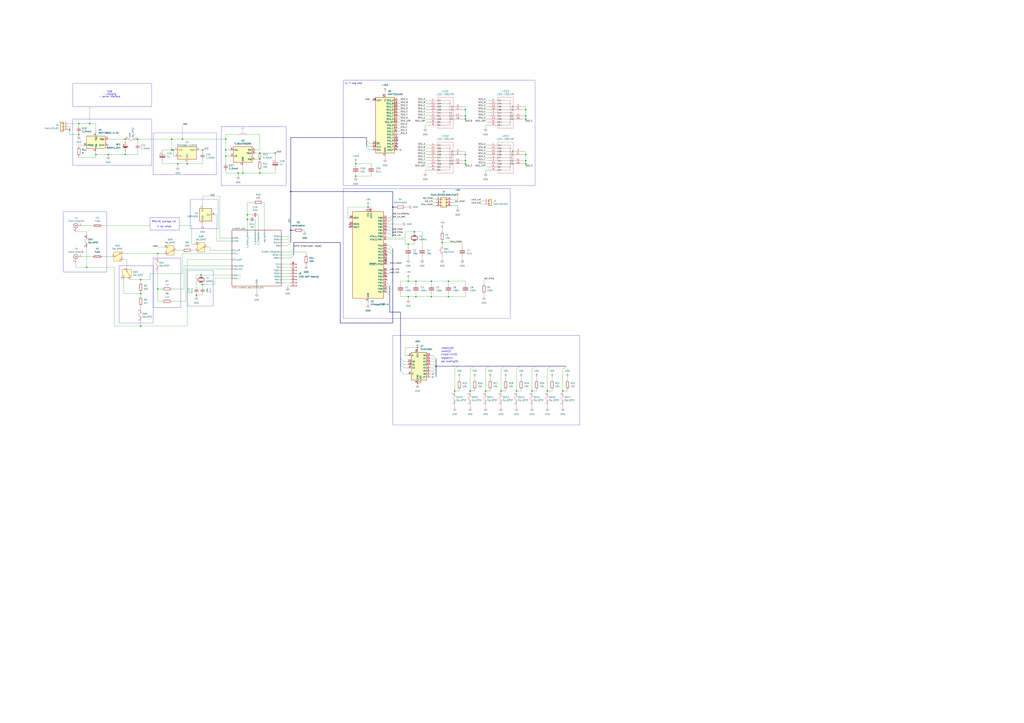
<source format=kicad_sch>
(kicad_sch (version 20231120) (generator "eeschema") (generator_version "8.0")
  (paper "A1")
  (junction (at 382.27 132.08))
  (junction (at 341.63 243.84))
  (junction (at 102.87 127))
  (junction (at 161.29 242.57))
  (junction (at 226.06 125.73))
  (junction (at 373.38 321.31))
  (junction (at 358.14 300.99))
  (junction (at 64.77 101.6))
  (junction (at 398.78 321.31))
  (junction (at 88.9 127))
  (junction (at 302.26 170.18))
  (junction (at 165.1 226.06))
  (junction (at 342.9 285.75))
  (junction (at 113.03 114.3))
  (junction (at 342.9 314.96))
  (junction (at 431.8 132.08))
  (junction (at 431.8 127))
  (junction (at 185.42 114.3))
  (junction (at 363.22 199.39))
  (junction (at 213.36 142.24))
  (junction (at 153.67 134.62))
  (junction (at 462.28 321.31))
  (junction (at 341.63 231.14))
  (junction (at 71.12 219.71))
  (junction (at 335.28 200.66))
  (junction (at 57.15 106.68))
  (junction (at 436.88 321.31))
  (junction (at 115.57 267.97))
  (junction (at 199.39 142.24))
  (junction (at 185.42 123.19))
  (junction (at 166.37 123.19))
  (junction (at 354.33 243.84))
  (junction (at 354.33 231.14))
  (junction (at 292.1 144.78))
  (junction (at 203.2 176.53))
  (junction (at 292.1 134.62))
  (junction (at 142.24 123.19))
  (junction (at 382.27 127))
  (junction (at 382.27 134.62))
  (junction (at 238.76 157.48))
  (junction (at 335.28 243.84))
  (junction (at 129.54 237.49))
  (junction (at 424.18 321.31))
  (junction (at 203.2 180.34))
  (junction (at 431.8 90.17))
  (junction (at 146.05 134.62))
  (junction (at 115.57 229.87))
  (junction (at 238.76 189.23))
  (junction (at 382.27 97.79))
  (junction (at 411.48 321.31))
  (junction (at 368.3 243.84))
  (junction (at 213.36 125.73))
  (junction (at 129.54 208.28))
  (junction (at 73.66 101.6))
  (junction (at 140.97 114.3))
  (junction (at 78.74 127))
  (junction (at 185.42 128.27))
  (junction (at 149.86 114.3))
  (junction (at 115.57 241.3))
  (junction (at 368.3 231.14))
  (junction (at 195.58 142.24))
  (junction (at 382.27 95.25))
  (junction (at 322.58 170.18))
  (junction (at 102.87 114.3))
  (junction (at 340.36 190.5))
  (junction (at 64.77 110.49))
  (junction (at 140.97 123.19))
  (junction (at 213.36 130.81))
  (junction (at 166.37 233.68))
  (junction (at 431.8 95.25))
  (junction (at 449.58 321.31))
  (junction (at 431.8 97.79))
  (junction (at 431.8 134.62))
  (junction (at 386.08 321.31))
  (junction (at 382.27 90.17))
  (junction (at 335.28 231.14))
  (no_connect (at 287.02 184.15))
  (no_connect (at 326.39 115.57))
  (no_connect (at 328.93 123.19))
  (no_connect (at 317.5 214.63))
  (no_connect (at 317.5 229.87))
  (no_connect (at 287.02 186.69))
  (no_connect (at 355.6 307.34))
  (no_connect (at 317.5 209.55))
  (no_connect (at 317.5 227.33))
  (no_connect (at 326.39 118.11))
  (no_connect (at 326.39 120.65))
  (no_connect (at 317.5 212.09))
  (no_connect (at 355.6 309.88))
  (no_connect (at 326.39 113.03))
  (bus_entry (at 328.93 299.72) (size 2.54 2.54))
  (bus_entry (at 355.6 297.18) (size 2.54 2.54))
  (bus_entry (at 320.04 181.61) (size 2.54 -2.54))
  (bus_entry (at 424.18 303.53) (size 2.54 -2.54))
  (bus_entry (at 398.78 303.53) (size 2.54 -2.54))
  (bus_entry (at 236.22 201.93) (size 2.54 -2.54))
  (bus_entry (at 317.5 234.95) (size 2.54 2.54))
  (bus_entry (at 300.99 118.11) (size 2.54 2.54))
  (bus_entry (at 320.04 201.93) (size 2.54 2.54))
  (bus_entry (at 328.93 294.64) (size 2.54 2.54))
  (bus_entry (at 320.04 204.47) (size 2.54 2.54))
  (bus_entry (at 328.93 297.18) (size 2.54 2.54))
  (bus_entry (at 320.04 207.01) (size 2.54 2.54))
  (bus_entry (at 355.6 294.64) (size 2.54 2.54))
  (bus_entry (at 317.5 237.49) (size 2.54 2.54))
  (bus_entry (at 236.22 196.85) (size 2.54 -2.54))
  (bus_entry (at 449.58 303.53) (size 2.54 -2.54))
  (bus_entry (at 355.6 299.72) (size 2.54 2.54))
  (bus_entry (at 462.28 303.53) (size 2.54 -2.54))
  (bus_entry (at 236.22 194.31) (size 2.54 -2.54))
  (bus_entry (at 300.99 120.65) (size 2.54 2.54))
  (bus_entry (at 236.22 199.39) (size 2.54 -2.54))
  (bus_entry (at 436.88 303.53) (size 2.54 -2.54))
  (bus_entry (at 317.5 232.41) (size 2.54 2.54))
  (bus_entry (at 386.08 303.53) (size 2.54 -2.54))
  (bus_entry (at 320.04 191.77) (size 2.54 2.54))
  (bus_entry (at 328.93 304.8) (size 2.54 2.54))
  (bus_entry (at 411.48 303.53) (size 2.54 -2.54))
  (bus_entry (at 320.04 179.07) (size 2.54 -2.54))
  (bus_entry (at 355.6 304.8) (size 2.54 2.54))
  (bus_entry (at 317.5 240.03) (size 2.54 2.54))
  (bus_entry (at 355.6 292.1) (size 2.54 2.54))
  (bus_entry (at 238.76 212.09) (size 2.54 -2.54))
  (bus_entry (at 373.38 303.53) (size 2.54 -2.54))
  (bus_entry (at 355.6 302.26) (size 2.54 2.54))
  (bus_entry (at 300.99 115.57) (size 2.54 2.54))
  (bus_entry (at 238.76 207.01) (size 2.54 -2.54))
  (bus_entry (at 238.76 209.55) (size 2.54 -2.54))
  (bus_entry (at 320.04 186.69) (size 2.54 2.54))
  (bus_entry (at 320.04 189.23) (size 2.54 2.54))
  (wire (pts (xy 292.1 144.78) (xy 304.8 144.78)))
  (wire (pts (xy 166.37 233.68) (xy 166.37 236.22)))
  (wire (pts (xy 57.15 110.49) (xy 64.77 110.49)))
  (wire (pts (xy 379.73 210.82) (xy 379.73 213.36)))
  (wire (pts (xy 57.15 106.68) (xy 57.15 110.49)))
  (wire (pts (xy 353.06 302.26) (xy 355.6 302.26)))
  (wire (pts (xy 292.1 133.35) (xy 292.1 134.62)))
  (wire (pts (xy 398.78 102.87) (xy 401.32 102.87)))
  (wire (pts (xy 326.39 90.17) (xy 328.93 90.17)))
  (wire (pts (xy 382.27 90.17) (xy 382.27 95.25)))
  (wire (pts (xy 88.9 127) (xy 102.87 127)))
  (wire (pts (xy 140.97 237.49) (xy 151.13 237.49)))
  (wire (pts (xy 349.25 97.79) (xy 351.79 97.79)))
  (wire (pts (xy 133.35 134.62) (xy 146.05 134.62)))
  (wire (pts (xy 317.5 207.01) (xy 320.04 207.01)))
  (wire (pts (xy 133.35 123.19) (xy 140.97 123.19)))
  (wire (pts (xy 64.77 128.27) (xy 64.77 129.54)))
  (wire (pts (xy 398.78 82.55) (xy 401.32 82.55)))
  (wire (pts (xy 231.14 209.55) (xy 238.76 209.55)))
  (wire (pts (xy 303.53 82.55) (xy 306.07 82.55)))
  (wire (pts (xy 379.73 97.79) (xy 382.27 97.79)))
  (wire (pts (xy 317.5 201.93) (xy 320.04 201.93)))
  (wire (pts (xy 373.38 332.74) (xy 373.38 335.28)))
  (wire (pts (xy 231.14 199.39) (xy 236.22 199.39)))
  (wire (pts (xy 217.17 166.37) (xy 217.17 189.23)))
  (bus (pts (xy 300.99 120.65) (xy 300.99 118.11)))
  (wire (pts (xy 429.26 95.25) (xy 431.8 95.25)))
  (wire (pts (xy 292.1 134.62) (xy 304.8 134.62)))
  (wire (pts (xy 342.9 314.96) (xy 342.9 316.23)))
  (wire (pts (xy 335.28 200.66) (xy 332.74 200.66)))
  (wire (pts (xy 78.74 124.46) (xy 78.74 127)))
  (wire (pts (xy 231.14 222.25) (xy 238.76 222.25)))
  (wire (pts (xy 431.8 97.79) (xy 431.8 100.33)))
  (wire (pts (xy 83.82 185.42) (xy 123.19 185.42)))
  (wire (pts (xy 377.19 320.04) (xy 377.19 321.31)))
  (wire (pts (xy 153.67 213.36) (xy 190.5 213.36)))
  (wire (pts (xy 166.37 241.3) (xy 166.37 242.57)))
  (wire (pts (xy 398.78 139.7) (xy 398.78 142.24)))
  (wire (pts (xy 398.78 95.25) (xy 401.32 95.25)))
  (wire (pts (xy 398.78 134.62) (xy 401.32 134.62)))
  (wire (pts (xy 213.36 123.19) (xy 213.36 110.49)))
  (wire (pts (xy 292.1 134.62) (xy 292.1 135.89)))
  (wire (pts (xy 231.14 194.31) (xy 236.22 194.31)))
  (wire (pts (xy 436.88 303.53) (xy 436.88 321.31)))
  (wire (pts (xy 379.73 124.46) (xy 382.27 124.46)))
  (wire (pts (xy 326.39 107.95) (xy 328.93 107.95)))
  (bus (pts (xy 300.99 115.57) (xy 300.99 113.03)))
  (wire (pts (xy 166.37 184.15) (xy 166.37 185.42)))
  (wire (pts (xy 251.46 217.17) (xy 251.46 218.44)))
  (wire (pts (xy 331.47 302.26) (xy 335.28 302.26)))
  (wire (pts (xy 285.75 170.18) (xy 302.26 170.18)))
  (wire (pts (xy 335.28 231.14) (xy 341.63 231.14)))
  (wire (pts (xy 115.57 251.46) (xy 115.57 254)))
  (wire (pts (xy 226.06 125.73) (xy 227.33 125.73)))
  (wire (pts (xy 370.84 166.37) (xy 373.38 166.37)))
  (wire (pts (xy 161.29 242.57) (xy 166.37 242.57)))
  (wire (pts (xy 379.73 95.25) (xy 382.27 95.25)))
  (wire (pts (xy 349.25 129.54) (xy 351.79 129.54)))
  (wire (pts (xy 382.27 87.63) (xy 382.27 90.17)))
  (wire (pts (xy 62.23 219.71) (xy 62.23 215.9)))
  (wire (pts (xy 335.28 292.1) (xy 332.74 292.1)))
  (wire (pts (xy 398.78 127) (xy 401.32 127)))
  (wire (pts (xy 231.14 212.09) (xy 238.76 212.09)))
  (bus (pts (xy 322.58 176.53) (xy 322.58 179.07)))
  (wire (pts (xy 326.39 85.09) (xy 328.93 85.09)))
  (wire (pts (xy 462.28 332.74) (xy 462.28 335.28)))
  (wire (pts (xy 185.42 114.3) (xy 185.42 110.49)))
  (wire (pts (xy 317.5 222.25) (xy 320.04 222.25)))
  (wire (pts (xy 303.53 120.65) (xy 306.07 120.65)))
  (wire (pts (xy 316.23 74.93) (xy 316.23 77.47)))
  (wire (pts (xy 354.33 243.84) (xy 368.3 243.84)))
  (wire (pts (xy 317.5 189.23) (xy 320.04 189.23)))
  (wire (pts (xy 453.39 309.88) (xy 453.39 312.42)))
  (wire (pts (xy 157.48 200.66) (xy 160.02 200.66)))
  (wire (pts (xy 241.3 207.01) (xy 251.46 207.01)))
  (bus (pts (xy 238.76 196.85) (xy 238.76 199.39)))
  (bus (pts (xy 322.58 204.47) (xy 322.58 207.01)))
  (wire (pts (xy 363.22 187.96) (xy 363.22 190.5)))
  (wire (pts (xy 398.78 121.92) (xy 401.32 121.92)))
  (wire (pts (xy 349.25 102.87) (xy 349.25 105.41)))
  (wire (pts (xy 303.53 123.19) (xy 306.07 123.19)))
  (wire (pts (xy 363.22 199.39) (xy 363.22 200.66)))
  (wire (pts (xy 236.22 234.95) (xy 238.76 234.95)))
  (wire (pts (xy 71.12 203.2) (xy 71.12 219.71)))
  (wire (pts (xy 398.78 129.54) (xy 401.32 129.54)))
  (wire (pts (xy 195.58 142.24) (xy 185.42 142.24)))
  (bus (pts (xy 358.14 297.18) (xy 358.14 299.72)))
  (wire (pts (xy 143.51 128.27) (xy 142.24 128.27)))
  (wire (pts (xy 349.25 139.7) (xy 349.25 142.24)))
  (wire (pts (xy 363.22 198.12) (xy 363.22 199.39)))
  (wire (pts (xy 402.59 309.88) (xy 402.59 312.42)))
  (wire (pts (xy 101.6 241.3) (xy 101.6 229.87)))
  (wire (pts (xy 212.09 176.53) (xy 212.09 189.23)))
  (wire (pts (xy 368.3 241.3) (xy 368.3 243.84)))
  (wire (pts (xy 370.84 163.83) (xy 375.92 163.83)))
  (wire (pts (xy 326.39 82.55) (xy 328.93 82.55)))
  (wire (pts (xy 115.57 229.87) (xy 123.19 229.87)))
  (bus (pts (xy 322.58 157.48) (xy 322.58 170.18)))
  (wire (pts (xy 349.25 119.38) (xy 351.79 119.38)))
  (wire (pts (xy 355.6 163.83) (xy 358.14 163.83)))
  (wire (pts (xy 335.28 200.66) (xy 335.28 203.2)))
  (wire (pts (xy 129.54 208.28) (xy 134.62 208.28)))
  (wire (pts (xy 335.28 228.6) (xy 335.28 231.14)))
  (wire (pts (xy 149.86 224.79) (xy 149.86 208.28)))
  (wire (pts (xy 354.33 231.14) (xy 368.3 231.14)))
  (wire (pts (xy 180.34 195.58) (xy 190.5 195.58)))
  (wire (pts (xy 140.97 114.3) (xy 149.86 114.3)))
  (wire (pts (xy 346.71 190.5) (xy 346.71 203.2)))
  (wire (pts (xy 210.82 234.95) (xy 210.82 241.3)))
  (wire (pts (xy 133.35 237.49) (xy 129.54 237.49)))
  (wire (pts (xy 57.15 104.14) (xy 57.15 106.68)))
  (wire (pts (xy 250.19 190.5) (xy 250.19 189.23)))
  (wire (pts (xy 332.74 170.18) (xy 335.28 170.18)))
  (bus (pts (xy 241.3 204.47) (xy 241.3 207.01)))
  (wire (pts (xy 341.63 243.84) (xy 354.33 243.84)))
  (wire (pts (xy 398.78 119.38) (xy 401.32 119.38)))
  (wire (pts (xy 147.32 185.42) (xy 157.48 185.42)))
  (wire (pts (xy 346.71 210.82) (xy 346.71 213.36)))
  (wire (pts (xy 394.97 165.1) (xy 397.51 165.1)))
  (wire (pts (xy 104.14 213.36) (xy 104.14 219.71)))
  (wire (pts (xy 335.28 243.84) (xy 341.63 243.84)))
  (wire (pts (xy 436.88 332.74) (xy 436.88 335.28)))
  (wire (pts (xy 231.14 201.93) (xy 236.22 201.93)))
  (wire (pts (xy 177.8 198.12) (xy 190.5 198.12)))
  (wire (pts (xy 379.73 90.17) (xy 382.27 90.17)))
  (wire (pts (xy 353.06 292.1) (xy 355.6 292.1)))
  (wire (pts (xy 328.93 243.84) (xy 335.28 243.84)))
  (wire (pts (xy 326.39 95.25) (xy 328.93 95.25)))
  (wire (pts (xy 462.28 303.53) (xy 462.28 321.31)))
  (wire (pts (xy 203.2 176.53) (xy 203.2 166.37)))
  (wire (pts (xy 398.78 90.17) (xy 401.32 90.17)))
  (wire (pts (xy 176.53 176.53) (xy 177.8 176.53)))
  (wire (pts (xy 113.03 123.19) (xy 113.03 127)))
  (wire (pts (xy 88.9 127) (xy 78.74 127)))
  (wire (pts (xy 231.14 219.71) (xy 238.76 219.71)))
  (wire (pts (xy 166.37 161.29) (xy 180.34 161.29)))
  (bus (pts (xy 358.14 300.99) (xy 358.14 302.26)))
  (wire (pts (xy 146.05 134.62) (xy 153.67 134.62)))
  (wire (pts (xy 199.39 142.24) (xy 195.58 142.24)))
  (wire (pts (xy 429.26 124.46) (xy 431.8 124.46)))
  (wire (pts (xy 172.72 203.2) (xy 172.72 205.74)))
  (wire (pts (xy 415.29 309.88) (xy 415.29 312.42)))
  (wire (pts (xy 340.36 199.39) (xy 340.36 200.66)))
  (wire (pts (xy 386.08 321.31) (xy 389.89 321.31)))
  (wire (pts (xy 331.47 307.34) (xy 335.28 307.34)))
  (wire (pts (xy 113.03 114.3) (xy 140.97 114.3)))
  (wire (pts (xy 67.31 210.82) (xy 76.2 210.82)))
  (bus (pts (xy 320.04 240.03) (xy 320.04 242.57)))
  (wire (pts (xy 101.6 208.28) (xy 129.54 208.28)))
  (wire (pts (xy 429.26 87.63) (xy 431.8 87.63)))
  (wire (pts (xy 153.67 133.35) (xy 153.67 134.62)))
  (wire (pts (xy 411.48 332.74) (xy 411.48 335.28)))
  (wire (pts (xy 55.88 101.6) (xy 64.77 101.6)))
  (wire (pts (xy 185.42 123.19) (xy 189.23 123.19)))
  (wire (pts (xy 398.78 321.31) (xy 398.78 322.58)))
  (wire (pts (xy 209.55 180.34) (xy 209.55 189.23)))
  (wire (pts (xy 151.13 237.49) (xy 151.13 218.44)))
  (wire (pts (xy 398.78 137.16) (xy 401.32 137.16)))
  (wire (pts (xy 377.19 309.88) (xy 377.19 312.42)))
  (wire (pts (xy 449.58 321.31) (xy 453.39 321.31)))
  (bus (pts (xy 279.4 199.39) (xy 279.4 265.43)))
  (wire (pts (xy 149.86 114.3) (xy 185.42 114.3)))
  (wire (pts (xy 382.27 95.25) (xy 382.27 97.79)))
  (wire (pts (xy 398.78 124.46) (xy 401.32 124.46)))
  (wire (pts (xy 213.36 142.24) (xy 199.39 142.24)))
  (bus (pts (xy 328.93 294.64) (xy 328.93 297.18)))
  (wire (pts (xy 302.26 170.18) (xy 302.26 171.45)))
  (wire (pts (xy 431.8 127) (xy 431.8 132.08)))
  (wire (pts (xy 55.88 106.68) (xy 57.15 106.68)))
  (wire (pts (xy 349.25 100.33) (xy 351.79 100.33)))
  (wire (pts (xy 379.73 199.39) (xy 379.73 203.2)))
  (wire (pts (xy 213.36 110.49) (xy 203.2 110.49)))
  (wire (pts (xy 424.18 321.31) (xy 427.99 321.31)))
  (wire (pts (xy 415.29 320.04) (xy 415.29 321.31)))
  (wire (pts (xy 328.93 241.3) (xy 328.93 243.84)))
  (bus (pts (xy 328.93 299.72) (xy 328.93 304.8)))
  (bus (pts (xy 320.04 242.57) (xy 320.04 256.54)))
  (wire (pts (xy 354.33 241.3) (xy 354.33 243.84)))
  (wire (pts (xy 398.78 132.08) (xy 401.32 132.08)))
  (wire (pts (xy 78.74 109.22) (xy 78.74 101.6)))
  (wire (pts (xy 157.48 185.42) (xy 157.48 200.66)))
  (wire (pts (xy 429.26 134.62) (xy 431.8 134.62)))
  (wire (pts (xy 328.93 233.68) (xy 328.93 231.14)))
  (bus (pts (xy 322.58 207.01) (xy 322.58 209.55)))
  (wire (pts (xy 398.78 102.87) (xy 398.78 105.41)))
  (wire (pts (xy 67.31 185.42) (xy 76.2 185.42)))
  (bus (pts (xy 238.76 189.23) (xy 241.3 189.23)))
  (wire (pts (xy 382.27 241.3) (xy 382.27 243.84)))
  (wire (pts (xy 353.06 299.72) (xy 355.6 299.72)))
  (bus (pts (xy 388.62 300.99) (xy 375.92 300.99)))
  (wire (pts (xy 142.24 123.19) (xy 143.51 123.19)))
  (wire (pts (xy 231.14 232.41) (xy 238.76 232.41)))
  (bus (pts (xy 238.76 157.48) (xy 322.58 157.48)))
  (wire (pts (xy 83.82 210.82) (xy 91.44 210.82)))
  (wire (pts (xy 129.54 237.49) (xy 129.54 247.65)))
  (wire (pts (xy 397.51 241.3) (xy 397.51 243.84)))
  (wire (pts (xy 151.13 218.44) (xy 190.5 218.44)))
  (wire (pts (xy 209.55 125.73) (xy 213.36 125.73)))
  (wire (pts (xy 424.18 332.74) (xy 424.18 335.28)))
  (wire (pts (xy 349.25 92.71) (xy 351.79 92.71)))
  (wire (pts (xy 106.68 229.87) (xy 115.57 229.87)))
  (wire (pts (xy 152.4 220.98) (xy 190.5 220.98)))
  (wire (pts (xy 153.67 134.62) (xy 166.37 134.62)))
  (wire (pts (xy 342.9 285.75) (xy 342.9 287.02)))
  (wire (pts (xy 373.38 321.31) (xy 377.19 321.31)))
  (wire (pts (xy 78.74 129.54) (xy 78.74 127)))
  (wire (pts (xy 427.99 309.88) (xy 427.99 312.42)))
  (bus (pts (xy 322.58 191.77) (xy 322.58 194.31)))
  (wire (pts (xy 250.19 189.23) (xy 248.92 189.23)))
  (bus (pts (xy 328.93 256.54) (xy 328.93 294.64)))
  (wire (pts (xy 349.25 132.08) (xy 351.79 132.08)))
  (wire (pts (xy 427.99 320.04) (xy 427.99 321.31)))
  (wire (pts (xy 203.2 166.37) (xy 208.28 166.37)))
  (wire (pts (xy 379.73 127) (xy 382.27 127)))
  (wire (pts (xy 466.09 320.04) (xy 466.09 321.31)))
  (wire (pts (xy 375.92 161.29) (xy 375.92 163.83)))
  (wire (pts (xy 382.27 97.79) (xy 382.27 100.33)))
  (bus (pts (xy 322.58 265.43) (xy 322.58 209.55)))
  (wire (pts (xy 317.5 194.31) (xy 317.5 195.58)))
  (bus (pts (xy 322.58 189.23) (xy 322.58 191.77)))
  (wire (pts (xy 382.27 127) (xy 382.27 132.08)))
  (bus (pts (xy 322.58 170.18) (xy 322.58 176.53)))
  (wire (pts (xy 199.39 135.89) (xy 199.39 142.24)))
  (wire (pts (xy 449.58 332.74) (xy 449.58 335.28)))
  (wire (pts (xy 144.78 205.74) (xy 149.86 205.74)))
  (wire (pts (xy 231.14 207.01) (xy 238.76 207.01)))
  (wire (pts (xy 328.93 231.14) (xy 335.28 231.14)))
  (wire (pts (xy 226.06 142.24) (xy 213.36 142.24)))
  (wire (pts (xy 213.36 139.7) (xy 213.36 142.24)))
  (wire (pts (xy 157.48 205.74) (xy 160.02 205.74)))
  (wire (pts (xy 424.18 303.53) (xy 424.18 321.31)))
  (wire (pts (xy 226.06 138.43) (xy 226.06 142.24)))
  (wire (pts (xy 340.36 200.66) (xy 335.28 200.66)))
  (wire (pts (xy 317.5 217.17) (xy 320.04 217.17)))
  (wire (pts (xy 317.5 181.61) (xy 320.04 181.61)))
  (wire (pts (xy 185.42 128.27) (xy 189.23 128.27)))
  (wire (pts (xy 317.5 191.77) (xy 320.04 191.77)))
  (wire (pts (xy 353.06 304.8) (xy 355.6 304.8)))
  (wire (pts (xy 335.28 210.82) (xy 335.28 213.36)))
  (wire (pts (xy 123.19 229.87) (xy 123.19 224.79)))
  (wire (pts (xy 429.26 132.08) (xy 431.8 132.08)))
  (wire (pts (xy 398.78 100.33) (xy 401.32 100.33)))
  (wire (pts (xy 349.25 90.17) (xy 351.79 90.17)))
  (wire (pts (xy 172.72 205.74) (xy 190.5 205.74)))
  (wire (pts (xy 88.9 127) (xy 88.9 128.27)))
  (wire (pts (xy 231.14 224.79) (xy 238.76 224.79)))
  (bus (pts (xy 300.99 113.03) (xy 238.76 113.03)))
  (wire (pts (xy 363.22 210.82) (xy 363.22 213.36)))
  (wire (pts (xy 382.27 124.46) (xy 382.27 127)))
  (bus (pts (xy 241.3 207.01) (xy 241.3 209.55)))
  (bus (pts (xy 328.93 297.18) (xy 328.93 299.72)))
  (wire (pts (xy 326.39 100.33) (xy 328.93 100.33)))
  (wire (pts (xy 123.19 224.79) (xy 149.86 224.79)))
  (wire (pts (xy 411.48 303.53) (xy 411.48 321.31)))
  (wire (pts (xy 64.77 120.65) (xy 64.77 119.38)))
  (wire (pts (xy 317.5 196.85) (xy 332.74 196.85)))
  (wire (pts (xy 431.8 134.62) (xy 431.8 137.16)))
  (wire (pts (xy 349.25 82.55) (xy 351.79 82.55)))
  (wire (pts (xy 332.74 190.5) (xy 332.74 195.58)))
  (wire (pts (xy 379.73 87.63) (xy 382.27 87.63)))
  (wire (pts (xy 102.87 114.3) (xy 102.87 116.84)))
  (wire (pts (xy 302.26 247.65) (xy 302.26 250.19)))
  (bus (pts (xy 358.14 299.72) (xy 358.14 300.99)))
  (wire (pts (xy 166.37 123.19) (xy 166.37 125.73)))
  (wire (pts (xy 436.88 321.31) (xy 436.88 322.58)))
  (bus (pts (xy 322.58 170.18) (xy 325.12 170.18)))
  (wire (pts (xy 353.06 307.34) (xy 355.6 307.34)))
  (wire (pts (xy 129.54 247.65) (xy 133.35 247.65)))
  (bus (pts (xy 439.42 300.99) (xy 426.72 300.99)))
  (wire (pts (xy 152.4 247.65) (xy 152.4 220.98)))
  (wire (pts (xy 317.5 195.58) (xy 332.74 195.58)))
  (wire (pts (xy 153.67 267.97) (xy 153.67 213.36)))
  (wire (pts (xy 251.46 209.55) (xy 251.46 207.01)))
  (wire (pts (xy 402.59 320.04) (xy 402.59 321.31)))
  (bus (pts (xy 238.76 113.03) (xy 238.76 157.48)))
  (wire (pts (xy 462.28 321.31) (xy 462.28 322.58)))
  (wire (pts (xy 140.97 114.3) (xy 140.97 123.19)))
  (wire (pts (xy 102.87 127) (xy 113.03 127)))
  (wire (pts (xy 165.1 226.06) (xy 161.29 226.06)))
  (wire (pts (xy 176.53 228.6) (xy 190.5 228.6)))
  (bus (pts (xy 358.14 302.26) (xy 358.14 304.8)))
  (wire (pts (xy 71.12 219.71) (xy 93.98 219.71)))
  (bus (pts (xy 426.72 300.99) (xy 414.02 300.99)))
  (wire (pts (xy 440.69 320.04) (xy 440.69 321.31)))
  (wire (pts (xy 170.18 203.2) (xy 172.72 203.2)))
  (bus (pts (xy 241.3 199.39) (xy 279.4 199.39)))
  (bus (pts (xy 464.82 300.99) (xy 452.12 300.99)))
  (wire (pts (xy 398.78 332.74) (xy 398.78 335.28)))
  (wire (pts (xy 302.26 170.18) (xy 304.8 170.18)))
  (wire (pts (xy 331.47 297.18) (xy 335.28 297.18)))
  (bus (pts (xy 358.14 304.8) (xy 358.14 307.34)))
  (wire (pts (xy 203.2 176.53) (xy 203.2 180.34)))
  (wire (pts (xy 133.35 132.08) (xy 133.35 134.62)))
  (wire (pts (xy 326.39 87.63) (xy 328.93 87.63)))
  (wire (pts (xy 398.78 92.71) (xy 401.32 92.71)))
  (wire (pts (xy 304.8 143.51) (xy 304.8 144.78)))
  (wire (pts (xy 341.63 231.14) (xy 341.63 233.68)))
  (wire (pts (xy 368.3 231.14) (xy 368.3 233.68)))
  (wire (pts (xy 431.8 124.46) (xy 431.8 127)))
  (wire (pts (xy 386.08 303.53) (xy 386.08 321.31)))
  (wire (pts (xy 349.25 124.46) (xy 351.79 124.46)))
  (wire (pts (xy 440.69 309.88) (xy 440.69 312.42)))
  (wire (pts (xy 213.36 130.81) (xy 213.36 132.08)))
  (wire (pts (xy 355.6 166.37) (xy 358.14 166.37)))
  (wire (pts (xy 115.57 267.97) (xy 153.67 267.97)))
  (wire (pts (xy 424.18 321.31) (xy 424.18 322.58)))
  (wire (pts (xy 93.98 219.71) (xy 93.98 267.97)))
  (bus (pts (xy 358.14 294.64) (xy 358.14 297.18)))
  (wire (pts (xy 411.48 321.31) (xy 415.29 321.31)))
  (wire (pts (xy 231.14 229.87) (xy 238.76 229.87)))
  (wire (pts (xy 149.86 102.87) (xy 149.86 114.3)))
  (wire (pts (xy 285.75 179.07) (xy 285.75 170.18)))
  (wire (pts (xy 317.5 204.47) (xy 320.04 204.47)))
  (wire (pts (xy 373.38 303.53) (xy 373.38 321.31)))
  (wire (pts (xy 341.63 231.14) (xy 354.33 231.14)))
  (wire (pts (xy 431.8 87.63) (xy 431.8 90.17)))
  (wire (pts (xy 431.8 132.08) (xy 431.8 134.62)))
  (bus (pts (xy 358.14 307.34) (xy 358.14 309.88)))
  (wire (pts (xy 88.9 114.3) (xy 102.87 114.3)))
  (wire (pts (xy 340.36 190.5) (xy 340.36 191.77)))
  (wire (pts (xy 231.14 217.17) (xy 238.76 217.17)))
  (wire (pts (xy 303.53 118.11) (xy 306.07 118.11)))
  (wire (pts (xy 209.55 123.19) (xy 213.36 123.19)))
  (wire (pts (xy 398.78 139.7) (xy 401.32 139.7)))
  (wire (pts (xy 93.98 267.97) (xy 115.57 267.97)))
  (wire (pts (xy 429.26 127) (xy 431.8 127)))
  (wire (pts (xy 149.86 208.28) (xy 190.5 208.28)))
  (wire (pts (xy 64.77 109.22) (xy 64.77 110.49)))
  (wire (pts (xy 349.25 102.87) (xy 351.79 102.87)))
  (wire (pts (xy 207.01 176.53) (xy 203.2 176.53)))
  (wire (pts (xy 304.8 135.89) (xy 304.8 134.62)))
  (wire (pts (xy 165.1 233.68) (xy 166.37 233.68)))
  (wire (pts (xy 326.39 105.41) (xy 328.93 105.41)))
  (wire (pts (xy 203.2 180.34) (xy 203.2 189.23)))
  (wire (pts (xy 292.1 143.51) (xy 292.1 144.78)))
  (wire (pts (xy 185.42 128.27) (xy 185.42 134.62)))
  (wire (pts (xy 389.89 320.04) (xy 389.89 321.31)))
  (wire (pts (xy 231.14 227.33) (xy 238.76 227.33)))
  (bus (pts (xy 300.99 118.11) (xy 300.99 115.57)))
  (wire (pts (xy 349.25 87.63) (xy 351.79 87.63)))
  (bus (pts (xy 279.4 265.43) (xy 322.58 265.43)))
  (wire (pts (xy 115.57 229.87) (xy 115.57 232.41)))
  (wire (pts (xy 431.8 90.17) (xy 431.8 95.25)))
  (wire (pts (xy 71.12 190.5) (xy 71.12 193.04)))
  (wire (pts (xy 453.39 320.04) (xy 453.39 321.31)))
  (wire (pts (xy 345.44 314.96) (xy 342.9 314.96)))
  (wire (pts (xy 317.5 186.69) (xy 320.04 186.69)))
  (wire (pts (xy 379.73 134.62) (xy 382.27 134.62)))
  (wire (pts (xy 431.8 95.25) (xy 431.8 97.79)))
  (bus (pts (xy 401.32 300.99) (xy 388.62 300.99)))
  (wire (pts (xy 185.42 139.7) (xy 185.42 142.24)))
  (wire (pts (xy 73.66 101.6) (xy 78.74 101.6)))
  (wire (pts (xy 326.39 97.79) (xy 328.93 97.79)))
  (wire (pts (xy 287.02 179.07) (xy 285.75 179.07)))
  (wire (pts (xy 292.1 144.78) (xy 292.1 146.05)))
  (wire (pts (xy 64.77 110.49) (xy 64.77 111.76)))
  (wire (pts (xy 213.36 125.73) (xy 226.06 125.73)))
  (wire (pts (xy 133.35 124.46) (xy 133.35 123.19)))
  (wire (pts (xy 101.6 213.36) (xy 104.14 213.36)))
  (wire (pts (xy 449.58 321.31) (xy 449.58 322.58)))
  (wire (pts (xy 161.29 226.06) (xy 161.29 236.22)))
  (wire (pts (xy 185.42 110.49) (xy 195.58 110.49)))
  (wire (pts (xy 64.77 101.6) (xy 73.66 101.6)))
  (bus (pts (xy 328.93 256.54) (xy 320.04 256.54)))
  (wire (pts (xy 302.26 168.91) (xy 302.26 170.18)))
  (wire (pts (xy 349.25 134.62) (xy 351.79 134.62)))
  (wire (pts (xy 353.06 297.18) (xy 355.6 297.18)))
  (wire (pts (xy 398.78 87.63) (xy 401.32 87.63)))
  (wire (pts (xy 115.57 240.03) (xy 115.57 241.3)))
  (wire (pts (xy 203.2 180.34) (xy 204.47 180.34)))
  (wire (pts (xy 379.73 132.08) (xy 382.27 132.08)))
  (wire (pts (xy 370.84 168.91) (xy 375.92 168.91)))
  (wire (pts (xy 166.37 233.68) (xy 176.53 233.68)))
  (wire (pts (xy 389.89 309.88) (xy 389.89 312.42)))
  (wire (pts (xy 166.37 161.29) (xy 166.37 168.91)))
  (wire (pts (xy 349.25 139.7) (xy 351.79 139.7)))
  (wire (pts (xy 349.25 121.92) (xy 351.79 121.92)))
  (wire (pts (xy 363.22 199.39) (xy 379.73 199.39)))
  (wire (pts (xy 129.54 208.28) (xy 129.54 212.09)))
  (bus (pts (xy 414.02 300.99) (xy 401.32 300.99)))
  (wire (pts (xy 386.08 332.74) (xy 386.08 335.28)))
  (wire (pts (xy 375.92 168.91) (xy 375.92 171.45)))
  (wire (pts (xy 73.66 87.63) (xy 73.66 101.6)))
  (wire (pts (xy 326.39 123.19) (xy 328.93 123.19)))
  (wire (pts (xy 386.08 321.31) (xy 386.08 322.58)))
  (wire (pts (xy 394.97 167.64) (xy 397.51 167.64)))
  (wire (pts (xy 129.54 203.2) (xy 134.62 203.2)))
  (bus (pts (xy 375.92 300.99) (xy 358.14 300.99)))
  (wire (pts (xy 382.27 132.08) (xy 382.27 134.62)))
  (wire (pts (xy 209.55 130.81) (xy 213.36 130.81)))
  (wire (pts (xy 142.24 128.27) (xy 142.24 123.19)))
  (wire (pts (xy 163.83 123.19) (xy 166.37 123.19)))
  (wire (pts (xy 236.22 236.22) (xy 236.22 234.95)))
  (wire (pts (xy 304.8 170.18) (xy 304.8 171.45)))
  (wire (pts (xy 332.74 190.5) (xy 340.36 190.5)))
  (wire (pts (xy 382.27 134.62) (xy 382.27 137.16)))
  (wire (pts (xy 436.88 321.31) (xy 440.69 321.31)))
  (bus (pts (xy 238.76 191.77) (xy 238.76 194.31)))
  (wire (pts (xy 140.97 123.19) (xy 142.24 123.19)))
  (wire (pts (xy 332.74 200.66) (xy 332.74 196.85)))
  (wire (pts (xy 335.28 243.84) (xy 335.28 246.38)))
  (wire (pts (xy 398.78 303.53) (xy 398.78 321.31)))
  (wire (pts (xy 354.33 231.14) (xy 354.33 233.68)))
  (wire (pts (xy 429.26 90.17) (xy 431.8 90.17)))
  (wire (pts (xy 195.58 142.24) (xy 195.58 144.78)))
  (wire (pts (xy 355.6 168.91) (xy 358.14 168.91)))
  (wire (pts (xy 368.3 243.84) (xy 382.27 243.84)))
  (wire (pts (xy 349.25 95.25) (xy 351.79 95.25)))
  (wire (pts (xy 462.28 321.31) (xy 466.09 321.31)))
  (bus (pts (xy 238.76 189.23) (xy 238.76 191.77)))
  (wire (pts (xy 62.23 219.71) (xy 71.12 219.71)))
  (wire (pts (xy 349.25 137.16) (xy 351.79 137.16)))
  (wire (pts (xy 317.5 224.79) (xy 320.04 224.79)))
  (wire (pts (xy 129.54 222.25) (xy 129.54 237.49)))
  (wire (pts (xy 176.53 228.6) (xy 176.53 233.68)))
  (wire (pts (xy 113.03 118.11) (xy 113.03 114.3)))
  (wire (pts (xy 226.06 125.73) (xy 226.06 130.81)))
  (wire (pts (xy 429.26 97.79) (xy 431.8 97.79)))
  (bus (pts (xy 238.76 157.48) (xy 238.76 189.23)))
  (wire (pts (xy 411.48 321.31) (xy 411.48 322.58)))
  (wire (pts (xy 62.23 190.5) (xy 71.12 190.5)))
  (wire (pts (xy 397.51 229.87) (xy 397.51 233.68)))
  (wire (pts (xy 166.37 123.19) (xy 167.64 123.19)))
  (wire (pts (xy 180.34 161.29) (xy 180.34 195.58)))
  (wire (pts (xy 215.9 166.37) (xy 217.17 166.37)))
  (bus (pts (xy 238.76 194.31) (xy 238.76 196.85)))
  (wire (pts (xy 331.47 299.72) (xy 335.28 299.72)))
  (wire (pts (xy 185.42 114.3) (xy 185.42 123.19)))
  (wire (pts (xy 332.74 292.1) (xy 332.74 285.75)))
  (wire (pts (xy 165.1 226.06) (xy 190.5 226.06)))
  (wire (pts (xy 115.57 267.97) (xy 115.57 264.16)))
  (wire (pts (xy 326.39 102.87) (xy 328.93 102.87)))
  (wire (pts (xy 341.63 241.3) (xy 341.63 243.84)))
  (wire (pts (xy 231.14 196.85) (xy 236.22 196.85)))
  (wire (pts (xy 64.77 129.54) (xy 78.74 129.54)))
  (wire (pts (xy 349.25 127) (xy 351.79 127)))
  (wire (pts (xy 326.39 110.49) (xy 328.93 110.49)))
  (bus (pts (xy 452.12 300.99) (xy 439.42 300.99)))
  (wire (pts (xy 368.3 231.14) (xy 382.27 231.14)))
  (wire (pts (xy 326.39 92.71) (xy 328.93 92.71)))
  (wire (pts (xy 102.87 124.46) (xy 102.87 127)))
  (wire (pts (xy 316.23 128.27) (xy 316.23 130.81)))
  (wire (pts (xy 64.77 119.38) (xy 68.58 119.38)))
  (wire (pts (xy 449.58 303.53) (xy 449.58 321.31)))
  (wire (pts (xy 398.78 85.09) (xy 401.32 85.09)))
  (wire (pts (xy 161.29 241.3) (xy 161.29 242.57)))
  (wire (pts (xy 349.25 85.09) (xy 351.79 85.09)))
  (wire (pts (xy 332.74 285.75) (xy 342.9 285.75)))
  (wire (pts (xy 373.38 321.31) (xy 373.38 322.58)))
  (wire (pts (xy 346.71 190.5) (xy 340.36 190.5)))
  (wire (pts (xy 353.06 294.64) (xy 355.6 294.64)))
  (wire (pts (xy 177.8 176.53) (xy 177.8 198.12)))
  (wire (pts (xy 146.05 134.62) (xy 146.05 137.16)))
  (wire (pts (xy 140.97 247.65) (xy 152.4 247.65)))
  (wire (pts (xy 161.29 242.57) (xy 161.29 243.84)))
  (wire (pts (xy 115.57 241.3) (xy 115.57 243.84)))
  (wire (pts (xy 398.78 321.31) (xy 402.59 321.31)))
  (wire (pts (xy 466.09 309.88) (xy 466.09 312.42)))
  (wire (pts (xy 398.78 97.79) (xy 401.32 97.79)))
  (wire (pts (xy 115.57 241.3) (xy 101.6 241.3)))
  (wire (pts (xy 185.42 123.19) (xy 185.42 128.27)))
  (bus (pts (xy 320.04 237.49) (xy 320.04 240.03)))
  (wire (pts (xy 382.27 231.14) (xy 382.27 233.68)))
  (bus (pts (xy 241.3 199.39) (xy 241.3 204.47)))
  (wire (pts (xy 166.37 134.62) (xy 166.37 130.81)))
  (wire (pts (xy 353.06 309.88) (xy 355.6 309.88)))
  (wire (pts (xy 317.5 179.07) (xy 320.04 179.07)))
  (wire (pts (xy 317.5 184.15) (xy 330.2 184.15)))
  (wire (pts (xy 64.77 101.6) (xy 64.77 104.14)))
  (bus (pts (xy 320.04 234.95) (xy 320.04 237.49)))
  (bus (pts (xy 322.58 179.07) (xy 322.58 189.23)))
  (wire (pts (xy 55.88 104.14) (xy 57.15 104.14)))
  (rectangle (start 156.21 163.83) (end 179.07 187.96))
  (rectangle (start 281.94 154.94) (end 419.1 261.62))
  (rectangle (start 59.69 97.79) (end 124.46 135.89))
  (rectangle (start 153.67 222.25) (end 175.26 251.46))
  (rectangle (start 123.19 178.816) (end 147.32 188.976))
  (rectangle (start 125.73 109.22) (end 177.8 143.51))
  (rectangle (start 125.73 212.09) (end 148.59 252.73))
  (rectangle (start 97.79 218.44) (end 125.73 265.43))
  (rectangle (start 322.58 275.59) (end 476.25 349.25))
  (rectangle (start 181.61 104.14) (end 234.95 152.4))
  (rectangle (start 59.69 68.58) (end 124.46 87.63))
  (rectangle (start 281.94 66.04) (end 439.42 152.4))
  (rectangle (start 52.07 173.99) (end 87.63 223.52))
  (text "4x 7-seg disp" (at 290.322 68.58 0) (effects (font (size 1.27 1.27))))
  (text "scale[2]" (at 366.522 288.798 0) (effects (font (size 1.27 1.27))))
  (text "mode[1:0]" (at 367.538 286.258 0) (effects (font (size 1.27 1.27))))
  (text "RMS/AC average ckt\n\n~2 op-amps" (at 134.62 184.15 0) (effects (font (size 1.27 1.27))))
  (text "bat reading[5]" (at 369.316 297.18 0) (effects (font (size 1.27 1.27))))
  (text "\"USB\"\n- charging\n- serial interface" (at 90.17 77.47 0) (effects (font (size 1.27 1.27))))
  (text "single/run[3]" (at 369.062 291.338 0) (effects (font (size 1.27 1.27))))
  (text "trigger[4]" (at 367.03 294.386 0) (effects (font (size 1.27 1.27))))
  (label "spi_cs_display" (at 322.58 176.53 0))
  (label "SEG_G" (at 349.25 97.79 180))
  (label "SEG_LDP" (at 398.78 100.33 180))
  (label "mcu_reset" (at 355.6 168.91 180))
  (label "DIG_1" (at 328.93 105.41 0))
  (label "SEG_E" (at 349.25 129.54 180))
  (label "SEG_B" (at 398.78 121.92 180))
  (label "vbat" (at 129.54 203.2 180))
  (label "DIG_2" (at 328.93 107.95 0))
  (label "3v3" (at 167.64 123.19 0))
  (label "SEG_LDP" (at 349.25 100.33 180))
  (label "mcu_reset" (at 320.04 217.17 0))
  (label "SEG_A" (at 398.78 119.38 180))
  (label "SEG_D" (at 328.93 90.17 0))
  (label "DIG_1" (at 431.8 100.33 0))
  (label "SEG_G" (at 398.78 134.62 180))
  (label "SEG_B" (at 328.93 85.09 0))
  (label "SEG_B" (at 398.78 85.09 180))
  (label "SEG_A" (at 398.78 82.55 180))
  (label "SEG_C" (at 349.25 124.46 180))
  (label "DIG_0" (at 382.27 100.33 0))
  (label "uart_txd" (at 320.04 224.79 0))
  (label "SEG_G" (at 328.93 97.79 0))
  (label "SEG_B" (at 349.25 85.09 180))
  (label "SEG_D" (at 349.25 90.17 180))
  (label "spi_clk" (at 322.58 194.31 0))
  (label "spi_mosi" (at 322.58 189.23 0))
  (label "SEG_D" (at 398.78 127 180))
  (label "spi_mosi" (at 373.38 166.37 0))
  (label "spi_miso" (at 355.6 163.83 180))
  (label "SEG_LDP" (at 328.93 100.33 0))
  (label "mcu_reset" (at 369.57 199.39 0))
  (label "SEG_C" (at 349.25 87.63 180))
  (label "SEG_C" (at 328.93 87.63 0))
  (label "5v0" (at 227.33 125.73 0))
  (label "vbat" (at 149.86 102.87 0))
  (label "uart_rxd" (at 394.97 165.1 180))
  (label "spi_cs_adc" (at 322.58 179.07 0))
  (label "SEG_A" (at 328.93 82.55 0))
  (label "SEG_G" (at 349.25 134.62 180))
  (label "SEG_E" (at 398.78 92.71 180))
  (label "SEG_A" (at 349.25 82.55 180))
  (label "SPI" (at 238.76 182.88 90))
  (label "uart_txd" (at 394.97 167.64 180))
  (label "SEG_E" (at 398.78 129.54 180))
  (label "uart_rxd" (at 320.04 222.25 0))
  (label "SEG_F" (at 328.93 95.25 0))
  (label "SEG_D" (at 349.25 127 180))
  (label "SEG_D" (at 398.78 90.17 180))
  (label "spi_clk" (at 355.6 166.37 180))
  (label "SEG_LDP" (at 349.25 137.16 180))
  (label "SEG_E" (at 349.25 92.71 180))
  (label "5v0" (at 172.72 161.29 0))
  (label "DIG_3" (at 328.93 110.49 0))
  (label "spi_miso" (at 397.51 229.87 0))
  (label "SEG_F" (at 349.25 95.25 180))
  (label "spi_miso" (at 322.58 191.77 0))
  (label "SEG_B" (at 349.25 121.92 180))
  (label "SEG_F" (at 398.78 132.08 180))
  (label "SEG_LDP" (at 398.78 137.16 180))
  (label "DIG_3" (at 431.8 137.16 0))
  (label "SEG_A" (at 349.25 119.38 180))
  (label "SEG_C" (at 398.78 124.46 180))
  (label "SEG_G" (at 398.78 97.79 180))
  (label "SEG_E" (at 328.93 92.71 0))
  (label "DIG_2" (at 382.27 137.16 0))
  (label "SEG_C" (at 398.78 87.63 180))
  (label "SEG_F" (at 349.25 132.08 180))
  (label "SEG_F" (at 398.78 95.25 180))
  (label "DIG_0" (at 328.93 102.87 0))
  (label "iset" (at 303.53 82.55 180))
  (label "GPIO (interrupts, reset)" (at 241.3 203.2 0))
  (symbol (lib_id "power:+5V") (at 302.26 168.91 0) (unit 1)
    (property "Reference" "#PWR01" (effects (hide yes)))
    (property "Value" "+5V" (at 302.26 163.83 0))
    (property "Description" "Power symbol creates a global label with name \"+5V\"" (effects (hide yes)))
  )
  (symbol (lib_id "power:GND") (at 411.48 335.28 0) (unit 1)
    (property "Reference" "#PWR039" (effects (hide yes)))
    (property "Value" "GND" (at 411.48 340.36 0))
    (property "Description" "Power symbol creates a global label with name \"GND\" , ground" (effects (hide yes)))
  )
  (symbol (lib_id "Device:Crystal") (at 165.1 229.87 90) (unit 1)
    (property "Reference" "Y2" (at 168.91 228.5999 90) (effects (justify right)))
    (property "Value" "16MHz" (at 168.91 231.1399 90) (effects (justify right)))
    (property "Footprint" "inv_footprints:XTAL_ECS-160-18-23A-EN-TR" (effects (hide yes)))
    (property "Description" "Two pin crystal" (effects (hide yes)))
    (property "stock_idx" "00028 " (effects (hide yes)))
    (property "Digikey" "https://www.digikey.com/en/products/detail/ecs-inc/ECS-160-18-23A-EN-TR/2213741" (effects (hide yes)))
  )
  (symbol (lib_id "Device:C_Small") (at 207.01 180.34 90) (mirror x) (unit 1)
    (property "Reference" "C9" (at 207.0163 186.69 90))
    (property "Value" "0.1u" (at 207.0163 184.15 90))
    (property "Description" "Unpolarized capacitor, small symbol" (effects (hide yes)))
  )
  (symbol (lib_id "power:VDD") (at 389.89 309.88 0) (unit 1)
    (property "Reference" "#PWR036" (effects (hide yes)))
    (property "Value" "VDD" (at 389.89 304.8 0))
    (property "Description" "Power symbol creates a global label with name \"VDD\"" (effects (hide yes)))
  )
  (symbol (lib_id "Device:C") (at 292.1 139.7 0) (unit 1)
    (property "Reference" "C19" (at 295.91 138.4299 0) (effects (justify left)))
    (property "Value" "10u" (at 295.91 140.9699 0) (effects (justify left)))
    (property "Footprint" "Capacitor_SMD:C_0805_2012Metric_Pad1.18x1.45mm_HandSolder" (effects (hide yes)))
    (property "Description" "Unpolarized capacitor" (effects (hide yes)))
    (property "stock_idx" "00001 " (effects (hide yes)))
    (property "Digikey" "https://www.digikey.com/en/products/detail/samsung-electro-mechanics/CL21A106KOQNNNE/3886754 " (effects (hide yes)))
  )
  (symbol (lib_id "Device:C_Small") (at 185.42 137.16 0) (unit 1)
    (property "Reference" "C17" (at 187.96 135.8962 0) (effects (justify left)))
    (property "Value" "C_Small" (at 187.96 138.4362 0) (effects (justify left)))
    (property "Description" "Unpolarized capacitor, small symbol" (effects (hide yes)))
  )
  (symbol (lib_id "Device:C") (at 379.73 207.01 0) (unit 1)
    (property "Reference" "C7" (at 383.54 205.7399 0) (effects (justify left)))
    (property "Value" "0.1u" (at 383.54 208.2799 0) (effects (justify left)))
    (property "Footprint" "Capacitor_SMD:C_0805_2012Metric_Pad1.18x1.45mm_HandSolder" (effects (hide yes)))
    (property "Description" "Unpolarized capacitor" (effects (hide yes)))
    (property "stock_idx" "00002 " (effects (hide yes)))
    (property "Digikey" "https://www.digikey.com/en/products/detail/yageo/CC0805KRX7R9BB104/302874" (effects (hide yes)))
  )
  (symbol (lib_id "74xx:74HC4051") (at 342.9 299.72 0) (unit 1)
    (property "Reference" "U7" (at 345.0941 284.48 0) (effects (justify left)))
    (property "Value" "74HC4051" (at 345.0941 287.02 0) (effects (justify left)))
    (property "Datasheet" "http://www.ti.com/lit/ds/symlink/cd74hc4051.pdf" (effects (hide yes)))
    (property "Description" "8-channel analog multiplexer/demultiplexer, DIP-16/SOIC-16/TSSOP-16" (effects (hide yes)))
  )
  (symbol (lib_id "Switch:SW_SPDT") (at 139.7 205.74 180) (unit 1)
    (property "Reference" "SW5" (at 139.7 196.85 0))
    (property "Value" "SW_SPDT" (at 139.7 199.39 0))
    (property "Description" "Switch, single pole double throw" (effects (hide yes)))
  )
  (symbol (lib_id "Switch:SW_SPST") (at 411.48 327.66 90) (unit 1)
    (property "Reference" "SW12" (at 412.75 326.3899 90) (effects (justify right)))
    (property "Value" "SW_SPST" (at 412.75 328.9299 90) (effects (justify right)))
    (property "Description" "Single Pole Single Throw (SPST) switch" (effects (hide yes)))
  )
  (symbol (lib_id "Switch:SW_SPST") (at 424.18 327.66 90) (unit 1)
    (property "Reference" "SW13" (at 425.45 326.3899 90) (effects (justify right)))
    (property "Value" "SW_SPST" (at 425.45 328.9299 90) (effects (justify right)))
    (property "Description" "Single Pole Single Throw (SPST) switch" (effects (hide yes)))
  )
  (symbol (lib_id "power:GND") (at 436.88 335.28 0) (unit 1)
    (property "Reference" "#PWR043" (effects (hide yes)))
    (property "Value" "GND" (at 436.88 340.36 0))
    (property "Description" "Power symbol creates a global label with name \"GND\" , ground" (effects (hide yes)))
  )
  (symbol (lib_id "Connector_Generic:Conn_02x03_Odd_Even") (at 363.22 166.37 0) (unit 1)
    (property "Reference" "J1" (at 364.49 157.48 0))
    (property "Value" "Conn_02x03_Odd_Even" (at 364.49 160.02 0))
    (property "Footprint" "Connector_PinHeader_2.54mm:PinHeader_2x03_P2.54mm_Vertical" (effects (hide yes)))
    (property "Description" "Generic connector, double row, 02x03, odd/even pin numbering scheme (row 1 odd numbers, row 2 even numbers), script generated (kicad-library-utils/schlib/autogen/connector/)" (effects (hide yes)))
    (property "stock_idx" "1" (effects (hide yes)))
  )
  (symbol (lib_id "power:GND") (at 373.38 335.28 0) (unit 1)
    (property "Reference" "#PWR034" (effects (hide yes)))
    (property "Value" "GND" (at 373.38 340.36 0))
    (property "Description" "Power symbol creates a global label with name \"GND\" , ground" (effects (hide yes)))
  )
  (symbol (lib_id "Reference_Voltage:ADR4520") (at 168.91 176.53 0) (unit 1)
    (property "Reference" "U5" (at 162.56 175.2599 0) (effects (justify right)))
    (property "Value" "ADR4520" (at 162.56 177.7999 0) (effects (justify right)))
    (property "Footprint" "Package_SO:SOIC-8_3.9x4.9mm_P1.27mm" (effects (hide yes)))
    (property "Datasheet" "https://www.analog.com/media/en/technical-documentation/data-sheets/ADR4520_4525_4530_4533_4540_4550.pdf" (effects (hide yes)))
    (property "Description" "2.048V, Ultralow Noise, High Accuracy Voltage Reference, SOIC-8" (effects (hide yes)))
  )
  (symbol (lib_id "Device:R") (at 363.22 194.31 0) (unit 1)
    (property "Reference" "R1" (at 365.76 193.0399 0) (effects (justify left)))
    (property "Value" "10k" (at 365.76 195.5799 0) (effects (justify left)))
    (property "Footprint" "Resistor_SMD:R_0805_2012Metric_Pad1.20x1.40mm_HandSolder" (effects (hide yes)))
    (property "Description" "Resistor" (effects (hide yes)))
    (property "stock_idx" "00051 " (effects (hide yes)))
    (property "Digikey" "https://www.digikey.com/en/products/detail/yageo/RC0805FR-0710KL/727535" (effects (hide yes)))
  )
  (symbol (lib_id "inv_symbols:LDS-C814RI") (at 351.79 119.38 0) (unit 1)
    (property "Reference" "LED2" (at 365.76 111.76 0) (effects (font (size 1.524 1.524))))
    (property "Value" "LDS-C814RI" (at 365.76 114.3 0) (effects (font (size 1.524 1.524))))
    (property "Footprint" "inv_footprints:LDS-C814RI_LUM" (effects (hide yes)))
    (property "Datasheet" "LDS-C814RI" (effects (hide yes)))
    (property "stock_idx" "00050 " (effects (hide yes)))
    (property "Digikey" "https://www.digikey.com/en/products/detail/lumex-opto-components-inc/LDS-C814RI/252593" (effects (hide yes)))
  )
  (symbol (lib_id "Switch:SW_SPST") (at 462.28 327.66 90) (unit 1)
    (property "Reference" "SW17" (at 463.55 326.3899 90) (effects (justify right)))
    (property "Value" "SW_SPST" (at 463.55 328.9299 90) (effects (justify right)))
    (property "Description" "Single Pole Single Throw (SPST) switch" (effects (hide yes)))
  )
  (symbol (lib_id "power:GND") (at 64.77 111.76 0) (unit 1)
    (property "Reference" "#PWR016" (effects (hide yes)))
    (property "Value" "GND" (at 64.77 116.84 0))
    (property "Description" "Power symbol creates a global label with name \"GND\" , ground" (effects (hide yes)))
  )
  (symbol (lib_id "Device:R") (at 137.16 247.65 90) (unit 1)
    (property "Reference" "R8" (at 137.16 241.3 90))
    (property "Value" "r_b" (at 137.16 243.84 90))
    (property "Description" "Resistor" (effects (hide yes)))
  )
  (symbol (lib_id "power:GND") (at 316.23 130.81 0) (unit 1)
    (property "Reference" "#PWR029" (effects (hide yes)))
    (property "Value" "GND" (at 316.23 135.89 0))
    (property "Description" "Power symbol creates a global label with name \"GND\" , ground" (effects (hide yes)))
  )
  (symbol (lib_id "Driver_LED:MAX7221xNG") (at 316.23 102.87 0) (unit 1)
    (property "Reference" "U6" (at 318.4241 74.93 0) (effects (justify left)))
    (property "Value" "MAX7221xNG" (at 318.4241 77.47 0) (effects (justify left)))
    (property "Footprint" "Package_DIP:DIP-24_W7.62mm_Socket" (effects (hide yes)))
    (property "Datasheet" "https://datasheets.maximintegrated.com/en/ds/MAX7219-MAX7221.pdf" (effects (hide yes)))
    (property "Description" "Serially Interfaced, 8-Digit LED Display Driver, PDIP-24" (effects (hide yes)))
    (property "stock_idx" "00039 " (effects (hide yes)))
    (property "Digikey" "https://www.digikey.com/en/products/detail/analog-devices-inc-maxim-integrated/MAX7219ENG/774127" (effects (hide yes)))
  )
  (symbol (lib_id "power:GND") (at 342.9 316.23 0) (unit 1)
    (property "Reference" "#PWR050" (effects (hide yes)))
    (property "Value" "GND" (at 342.9 321.31 0))
    (property "Description" "Power symbol creates a global label with name \"GND\" , ground" (effects (hide yes)))
  )
  (symbol (lib_id "Switch:SW_SPDT") (at 104.14 224.79 270) (unit 1)
    (property "Reference" "SW3" (at 109.22 223.5199 90) (effects (justify left)))
    (property "Value" "SW_SPDT" (at 109.22 226.0599 90) (effects (justify left)))
    (property "Description" "Switch, single pole double throw" (effects (hide yes)))
  )
  (symbol (lib_id "power:GND") (at 210.82 241.3 0) (unit 1)
    (property "Reference" "#PWR020" (effects (hide yes)))
    (property "Value" "GND" (at 210.82 246.38 0))
    (property "Description" "Power symbol creates a global label with name \"GND\" , ground" (effects (hide yes)))
  )
  (symbol (lib_id "power:GND") (at 335.28 246.38 0) (unit 1)
    (property "Reference" "#PWR06" (effects (hide yes)))
    (property "Value" "GND" (at 335.28 251.46 0))
    (property "Description" "Power symbol creates a global label with name \"GND\" , ground" (effects (hide yes)))
  )
  (symbol (lib_id "Device:Fuse") (at 80.01 210.82 90) (unit 1)
    (property "Reference" "F1" (at 80.01 204.47 90))
    (property "Value" "Fuse" (at 80.01 207.01 90))
    (property "Description" "Fuse" (effects (hide yes)))
  )
  (symbol (lib_id "Device:R") (at 153.67 205.74 90) (unit 1)
    (property "Reference" "R9" (at 153.67 199.39 90))
    (property "Value" "10M" (at 153.67 201.93 90))
    (property "Description" "Resistor" (effects (hide yes)))
  )
  (symbol (lib_id "Switch:SW_SPST") (at 449.58 327.66 90) (unit 1)
    (property "Reference" "SW16" (at 450.85 326.3899 90) (effects (justify right)))
    (property "Value" "SW_SPST" (at 450.85 328.9299 90) (effects (justify right)))
    (property "Description" "Single Pole Single Throw (SPST) switch" (effects (hide yes)))
  )
  (symbol (lib_id "Regulator_Switching:TLV61070ADBV") (at 199.39 128.27 0) (unit 1)
    (property "Reference" "U3" (at 199.39 115.57 0))
    (property "Value" "TLV61070ADBV" (at 199.39 118.11 0))
    (property "Footprint" "Package_TO_SOT_SMD:SOT-23-6" (effects (hide yes)))
    (property "Datasheet" "https://www.ti.com/lit/ds/symlink/tlv61070a.pdf" (effects (hide yes)))
    (property "Description" "Boost Converter, 2.5A switch current limit, 2.2-5.5V Output Voltage, 0.5-5.5V Input Voltage, SOT-23-6" (effects (hide yes)))
  )
  (symbol (lib_id "power:VDD") (at 427.99 309.88 0) (unit 1)
    (property "Reference" "#PWR042" (effects (hide yes)))
    (property "Value" "VDD" (at 427.99 304.8 0))
    (property "Description" "Power symbol creates a global label with name \"VDD\"" (effects (hide yes)))
  )
  (symbol (lib_id "Device:R") (at 115.57 236.22 0) (unit 1)
    (property "Reference" "R5" (at 118.11 234.9499 0) (effects (justify left)))
    (property "Value" "9.9" (at 118.11 237.4899 0) (effects (justify left)))
    (property "Description" "Resistor" (effects (hide yes)))
  )
  (symbol (lib_id "Device:R") (at 64.77 124.46 0) (unit 1)
    (property "Reference" "R11" (at 67.31 123.1899 0) (effects (justify left)))
    (property "Value" "R" (at 67.31 125.7299 0) (effects (justify left)))
    (property "Description" "Resistor" (effects (hide yes)))
  )
  (symbol (lib_id "Device:R_Small") (at 213.36 128.27 0) (unit 1)
    (property "Reference" "R13" (at 215.9 126.9999 0) (effects (justify left)))
    (property "Value" "R_Small" (at 215.9 129.5399 0) (effects (justify left)))
    (property "Description" "Resistor, small symbol" (effects (hide yes)))
  )
  (symbol (lib_id "Regulator_Linear:MIC5366-3.3YC5") (at 153.67 125.73 0) (unit 1)
    (property "Reference" "U2" (at 153.67 116.84 0))
    (property "Value" "MIC5366-3.3YC5" (at 153.67 119.38 0))
    (property "Footprint" "Package_TO_SOT_SMD:SOT-353_SC-70-5" (effects (hide yes)))
    (property "Datasheet" "http://ww1.microchip.com/downloads/en/DeviceDoc/mic5365.pdf" (effects (hide yes)))
    (property "Description" "150mA Low-dropout Voltage Regulator, Vout 3.3V, Output discharge circuit, Vin up to 5.5V, SC-70-5" (effects (hide yes)))
    (property "stock_idx" "00067 " (effects (hide yes)))
    (property "Digikey" "https://www.digikey.com/en/products/detail/microchip-technology/MIC5366-3-3YC5-TR/1868116 " (effects (hide yes)))
  )
  (symbol (lib_id "power:+5V") (at 363.22 187.96 0) (unit 1)
    (property "Reference" "#PWR010" (effects (hide yes)))
    (property "Value" "+5V" (at 363.22 182.88 0))
    (property "Description" "Power symbol creates a global label with name \"+5V\"" (effects (hide yes)))
  )
  (symbol (lib_id "Connector:Conn_Coaxial") (at 62.23 185.42 0) (mirror y) (unit 1)
    (property "Reference" "J4" (at 62.5474 179.07 0))
    (property "Value" "Conn_Coaxial" (at 62.5474 181.61 0))
    (property "Description" "coaxial connector (BNC, SMA, SMB, SMC, Cinch/RCA, LEMO, ...)" (effects (hide yes)))
  )
  (symbol (lib_id "Switch:SW_Push") (at 363.22 205.74 90) (unit 1)
    (property "Reference" "SW1" (at 364.49 204.4699 90) (effects (justify right)))
    (property "Value" "SW_Push" (at 364.49 207.0099 90) (effects (justify right)))
    (property "Footprint" "inv_footprints:SKQGADE010" (effects (hide yes)))
    (property "Description" "Push button switch, generic, two pins" (effects (hide yes)))
    (property "stock_idx" "00044 " (effects (hide yes)))
    (property "Digikey" "https://www.digikey.com/en/products/detail/c-k/RS-187R05A2-DS-MT-RT/2747186" (effects (hide yes)))
  )
  (symbol (lib_id "Device:R") (at 251.46 213.36 180) (unit 1)
    (property "Reference" "R14" (at 254 212.0899 0) (effects (justify right)))
    (property "Value" "10k" (at 254 214.6299 0) (effects (justify right)))
    (property "Description" "Resistor" (effects (hide yes)))
  )
  (symbol (lib_id "Device:R") (at 453.39 316.23 180) (unit 1)
    (property "Reference" "R21" (at 455.93 314.9599 0) (effects (justify right)))
    (property "Value" "10k" (at 455.93 317.4999 0) (effects (justify right)))
    (property "Description" "Resistor" (effects (hide yes)))
  )
  (symbol (lib_id "Device:Battery_Cell") (at 102.87 121.92 0) (mirror y) (unit 1)
    (property "Reference" "BT1" (at 99.06 118.8084 0) (effects (justify left)))
    (property "Value" "Battery_Cell" (at 99.06 121.3484 0) (effects (justify left)))
    (property "Description" "Single-cell battery" (effects (hide yes)))
  )
  (symbol (lib_id "Connector_Generic:Conn_01x02") (at 402.59 165.1 0) (unit 1)
    (property "Reference" "J2" (at 405.13 165.0999 0) (effects (justify left)))
    (property "Value" "Conn_01x02" (at 405.13 167.6399 0) (effects (justify left)))
    (property "Footprint" "Connector_PinHeader_2.54mm:PinHeader_1x02_P2.54mm_Vertical" (effects (hide yes)))
    (property "Description" "Generic connector, single row, 01x02, script generated (kicad-library-utils/schlib/autogen/connector/)" (effects (hide yes)))
    (property "stock_idx" "1" (effects (hide yes)))
  )
  (symbol (lib_id "power:GND") (at 462.28 335.28 0) (unit 1)
    (property "Reference" "#PWR047" (effects (hide yes)))
    (property "Value" "GND" (at 462.28 340.36 0))
    (property "Description" "Power symbol creates a global label with name \"GND\" , ground" (effects (hide yes)))
  )
  (symbol (lib_id "Device:R") (at 328.93 170.18 90) (unit 1)
    (property "Reference" "R4" (at 328.93 163.83 90))
    (property "Value" "termination" (at 328.93 166.37 90))
    (property "Description" "Resistor" (effects (hide yes)))
  )
  (symbol (lib_id "Device:R") (at 466.09 316.23 180) (unit 1)
    (property "Reference" "R22" (at 468.63 314.9599 0) (effects (justify right)))
    (property "Value" "10k" (at 468.63 317.4999 0) (effects (justify right)))
    (property "Description" "Resistor" (effects (hide yes)))
  )
  (symbol (lib_id "Switch:SW_SPDT") (at 96.52 210.82 0) (unit 1)
    (property "Reference" "SW2" (at 96.52 201.93 0))
    (property "Value" "SW_SPDT" (at 96.52 204.47 0))
    (property "Description" "Switch, single pole double throw" (effects (hide yes)))
  )
  (symbol (lib_id "Device:R") (at 245.11 189.23 90) (unit 1)
    (property "Reference" "R2" (at 245.11 182.88 90))
    (property "Value" "termination" (at 245.11 185.42 90))
    (property "Description" "Resistor" (effects (hide yes)))
  )
  (symbol (lib_id "Device:C_Small") (at 166.37 128.27 0) (unit 1)
    (property "Reference" "C15" (at 168.91 127.0062 0) (effects (justify left)))
    (property "Value" "C_Small" (at 168.91 129.5462 0) (effects (justify left)))
    (property "Description" "Unpolarized capacitor, small symbol" (effects (hide yes)))
  )
  (symbol (lib_id "power:GND") (at 398.78 142.24 0) (unit 1)
    (property "Reference" "#PWR033" (effects (hide yes)))
    (property "Value" "GND" (at 398.78 147.32 0))
    (property "Description" "Power symbol creates a global label with name \"GND\" , ground" (effects (hide yes)))
  )
  (symbol (lib_id "Device:R") (at 427.99 316.23 180) (unit 1)
    (property "Reference" "R19" (at 430.53 314.9599 0) (effects (justify right)))
    (property "Value" "10k" (at 430.53 317.4999 0) (effects (justify right)))
    (property "Description" "Resistor" (effects (hide yes)))
  )
  (symbol (lib_id "Connector:Conn_01x08_Pin") (at 243.84 227.33 180) (unit 1)
    (property "Reference" "J6" (at 245.11 224.7899 0) (effects (justify right)))
    (property "Value" "JTAG (off-board)" (at 245.11 227.3299 0) (effects (justify right)))
    (property "Description" "Generic connector, single row, 01x08, script generated" (effects (hide yes)))
  )
  (symbol (lib_id "Connector_Generic:Conn_01x03") (at 50.8 104.14 0) (mirror y) (unit 1)
    (property "Reference" "J5" (at 48.26 102.8699 0) (effects (justify left)))
    (property "Value" "Conn_01x02" (at 48.26 105.4099 0) (effects (justify left)))
    (property "Footprint" "inv_footprints:MPD_EJ508A" (effects (hide yes)))
    (property "Description" "Generic connector, single row, 01x03, script generated (kicad-library-utils/schlib/autogen/connector/)" (effects (hide yes)))
    (property "stock_idx" "00069 " (effects (hide yes)))
    (property "Digikey" "https://www.digikey.com/en/products/detail/mpd-memory-protection-devices/EJ508A/2439547" (effects (hide yes)))
  )
  (symbol (lib_id "power:GND") (at 330.2 184.15 90) (unit 1)
    (property "Reference" "#PWR03" (effects (hide yes)))
    (property "Value" "GND" (at 334.01 184.1499 90) (effects (justify right)))
    (property "Description" "Power symbol creates a global label with name \"GND\" , ground" (effects (hide yes)))
  )
  (symbol (lib_id "power:GND") (at 236.22 236.22 0) (unit 1)
    (property "Reference" "#PWR021" (effects (hide yes)))
    (property "Value" "GND" (at 236.22 241.3 0))
    (property "Description" "Power symbol creates a global label with name \"GND\" , ground" (effects (hide yes)))
  )
  (symbol (lib_id "power:VDD") (at 453.39 309.88 0) (unit 1)
    (property "Reference" "#PWR046" (effects (hide yes)))
    (property "Value" "VDD" (at 453.39 304.8 0))
    (property "Description" "Power symbol creates a global label with name \"VDD\"" (effects (hide yes)))
  )
  (symbol (lib_id "Battery_Management:MCP73832-3-OT") (at 78.74 116.84 0) (unit 1)
    (property "Reference" "U4" (at 80.9341 106.68 0) (effects (justify left)))
    (property "Value" "MCP73832-3-OT" (at 80.9341 109.22 0) (effects (justify left)))
    (property "Footprint" "Package_TO_SOT_SMD:SOT-23-5" (effects (hide yes)))
    (property "Datasheet" "http://ww1.microchip.com/downloads/en/DeviceDoc/20001984g.pdf" (effects (hide yes)))
    (property "Description" "Single cell, Li-Ion/Li-Po charge management controller, 4.35V, Open-Drain Status Output, in SOT23-5 package" (effects (hide yes)))
  )
  (symbol (lib_id "Device:C_Small") (at 209.55 176.53 90) (unit 1)
    (property "Reference" "C10" (at 209.5563 170.18 90))
    (property "Value" "3.3n" (at 209.5563 172.72 90))
    (property "Description" "Unpolarized capacitor, small symbol" (effects (hide yes)))
  )
  (symbol (lib_id "power:GND") (at 379.73 213.36 0) (unit 1)
    (property "Reference" "#PWR012" (effects (hide yes)))
    (property "Value" "GND" (at 379.73 218.44 0))
    (property "Description" "Power symbol creates a global label with name \"GND\" , ground" (effects (hide yes)))
  )
  (symbol (lib_id "MCU_Microchip_ATmega:ATmega328P-A") (at 302.26 209.55 0) (unit 1)
    (property "Reference" "U1" (at 304.4541 247.65 0) (effects (justify left)))
    (property "Value" "ATmega328P-A" (at 304.4541 250.19 0) (effects (justify left)))
    (property "Footprint" "Package_QFP:TQFP-32_7x7mm_P0.8mm" (effects (hide yes)))
    (property "Datasheet" "http://ww1.microchip.com/downloads/en/DeviceDoc/ATmega328_P%20AVR%20MCU%20with%20picoPower%20Technology%20Data%20Sheet%2040001984A.pdf" (effects (hide yes)))
    (property "Description" "20MHz, 32kB Flash, 2kB SRAM, 1kB EEPROM, TQFP-32" (effects (hide yes)))
    (property "stock_idx" "00025 " (effects (hide yes)))
    (property "Digikey" "https://www.digikey.com/en/products/detail/microchip-technology/ATMEGA328P-AUR/2357086" (effects (hide yes)))
  )
  (symbol (lib_id "Device:C_Small") (at 166.37 238.76 0) (unit 1)
    (property "Reference" "C14" (at 172.72 238.7663 90))
    (property "Value" "18p" (at 170.18 238.7663 90))
    (property "Description" "Unpolarized capacitor, small symbol" (effects (hide yes)))
  )
  (symbol (lib_id "power:GND") (at 195.58 144.78 0) (unit 1)
    (property "Reference" "#PWR019" (effects (hide yes)))
    (property "Value" "GND" (at 195.58 149.86 0))
    (property "Description" "Power symbol creates a global label with name \"GND\" , ground" (effects (hide yes)))
  )
  (symbol (lib_id "power:GND") (at 292.1 146.05 0) (unit 1)
    (property "Reference" "#PWR026" (effects (hide yes)))
    (property "Value" "GND" (at 292.1 151.13 0))
    (property "Description" "Power symbol creates a global label with name \"GND\" , ground" (effects (hide yes)))
  )
  (symbol (lib_id "power:+3V3") (at 316.23 74.93 0) (unit 1)
    (property "Reference" "#PWR028" (effects (hide yes)))
    (property "Value" "+3V3" (at 316.23 69.85 0))
    (property "Description" "Power symbol creates a global label with name \"+3V3\"" (effects (hide yes)))
  )
  (symbol (lib_id "power:GND") (at 251.46 218.44 0) (unit 1)
    (property "Reference" "#PWR023" (effects (hide yes)))
    (property "Value" "GND" (at 251.46 223.52 0))
    (property "Description" "Power symbol creates a global label with name \"GND\" , ground" (effects (hide yes)))
  )
  (symbol (lib_id "power:GND") (at 146.05 137.16 0) (unit 1)
    (property "Reference" "#PWR018" (effects (hide yes)))
    (property "Value" "GND" (at 146.05 142.24 0))
    (property "Description" "Power symbol creates a global label with name \"GND\" , ground" (effects (hide yes)))
  )
  (symbol (lib_id "Switch:SW_SPST") (at 386.08 327.66 90) (unit 1)
    (property "Reference" "SW10" (at 387.35 326.3899 90) (effects (justify right)))
    (property "Value" "SW_SPST" (at 387.35 328.9299 90) (effects (justify right)))
    (property "Description" "Single Pole Single Throw (SPST) switch" (effects (hide yes)))
  )
  (symbol (lib_id "Device:R") (at 377.19 316.23 180) (unit 1)
    (property "Reference" "R15" (at 379.73 314.9599 0) (effects (justify right)))
    (property "Value" "10k" (at 379.73 317.4999 0) (effects (justify right)))
    (property "Description" "Resistor" (effects (hide yes)))
  )
  (symbol (lib_id "Device:C") (at 368.3 237.49 0) (unit 1)
    (property "Reference" "C6" (at 372.11 236.2199 0) (effects (justify left)))
    (property "Value" "100n" (at 372.11 238.7599 0) (effects (justify left)))
    (property "Footprint" "Capacitor_SMD:C_0805_2012Metric_Pad1.18x1.45mm_HandSolder" (effects (hide yes)))
    (property "Description" "Unpolarized capacitor" (effects (hide yes)))
    (property "stock_idx" "00011 " (effects (hide yes)))
    (property "Digikey" "https://www.digikey.com/en/products/detail/samsung-electro-mechanics/CL21B104KBCNFNC/3888102" (effects (hide yes)))
  )
  (symbol (lib_id "power:GND") (at 88.9 128.27 0) (unit 1)
    (property "Reference" "#PWR015" (effects (hide yes)))
    (property "Value" "GND" (at 88.9 133.35 0))
    (property "Description" "Power symbol creates a global label with name \"GND\" , ground" (effects (hide yes)))
  )
  (symbol (lib_id "Device:C_Polarized") (at 226.06 134.62 0) (unit 1)
    (property "Reference" "C18" (at 229.87 132.4609 0) (effects (justify left)))
    (property "Value" "1u" (at 229.87 135.0009 0) (effects (justify left)))
    (property "Footprint" "Capacitor_SMD:C_0805_2012Metric_Pad1.18x1.45mm_HandSolder" (effects (hide yes)))
    (property "Description" "Polarized capacitor" (effects (hide yes)))
    (property "stock_idx" "00068 " (effects (hide yes)))
    (property "Digikey" "https://www.digikey.com/en/products/detail/kyocera-avx/F921A105MPA/4005075 " (effects (hide yes)))
  )
  (symbol (lib_id "Device:Crystal") (at 340.36 195.58 90) (unit 1)
    (property "Reference" "Y1" (at 344.17 194.3099 90) (effects (justify right)))
    (property "Value" "16MHz" (at 344.17 196.8499 90) (effects (justify right)))
    (property "Footprint" "inv_footprints:XTAL_ECS-160-18-23A-EN-TR" (effects (hide yes)))
    (property "Description" "Two pin crystal" (effects (hide yes)))
    (property "stock_idx" "00028 " (effects (hide yes)))
    (property "Digikey" "https://www.digikey.com/en/products/detail/ecs-inc/ECS-160-18-23A-EN-TR/2213741" (effects (hide yes)))
  )
  (symbol (lib_id "Device:C") (at 341.63 237.49 0) (unit 1)
    (property "Reference" "C3" (at 345.44 236.2199 0) (effects (justify left)))
    (property "Value" "100n" (at 345.44 238.7599 0) (effects (justify left)))
    (property "Footprint" "Capacitor_SMD:C_0805_2012Metric_Pad1.18x1.45mm_HandSolder" (effects (hide yes)))
    (property "Description" "Unpolarized capacitor" (effects (hide yes)))
    (property "stock_idx" "00011 " (effects (hide yes)))
    (property "Digikey" "https://www.digikey.com/en/products/detail/samsung-electro-mechanics/CL21B104KBCNFNC/3888102" (effects (hide yes)))
  )
  (symbol (lib_id "Device:R") (at 440.69 316.23 180) (unit 1)
    (property "Reference" "R20" (at 443.23 314.9599 0) (effects (justify right)))
    (property "Value" "10k" (at 443.23 317.4999 0) (effects (justify right)))
    (property "Description" "Resistor" (effects (hide yes)))
  )
  (symbol (lib_id "Device:C_Small") (at 64.77 106.68 0) (unit 1)
    (property "Reference" "C12" (at 67.31 105.4162 0) (effects (justify left)))
    (property "Value" "C_Small" (at 67.31 107.9562 0) (effects (justify left)))
    (property "Description" "Unpolarized capacitor, small symbol" (effects (hide yes)))
  )
  (symbol (lib_id "power:VDD") (at 342.9 285.75 0) (unit 1)
    (property "Reference" "#PWR049" (effects (hide yes)))
    (property "Value" "VDD" (at 342.9 280.67 0))
    (property "Description" "Power symbol creates a global label with name \"VDD\"" (effects (hide yes)))
  )
  (symbol (lib_id "power:GND") (at 166.37 185.42 0) (unit 1)
    (property "Reference" "#PWR024" (effects (hide yes)))
    (property "Value" "GND" (at 166.37 190.5 0))
    (property "Description" "Power symbol creates a global label with name \"GND\" , ground" (effects (hide yes)))
  )
  (symbol (lib_id "Switch:SW_SPST") (at 373.38 327.66 90) (unit 1)
    (property "Reference" "SW15" (at 374.65 326.3899 90) (effects (justify right)))
    (property "Value" "SW_SPST" (at 374.65 328.9299 90) (effects (justify right)))
    (property "Description" "Single Pole Single Throw (SPST) switch" (effects (hide yes)))
  )
  (symbol (lib_id "power:+5V") (at 375.92 161.29 0) (unit 1)
    (property "Reference" "#PWR08" (effects (hide yes)))
    (property "Value" "+5V" (at 375.92 156.21 0))
    (property "Description" "Power symbol creates a global label with name \"+5V\"" (effects (hide yes)))
  )
  (symbol (lib_id "power:GND") (at 375.92 171.45 0) (unit 1)
    (property "Reference" "#PWR09" (effects (hide yes)))
    (property "Value" "GND" (at 375.92 176.53 0))
    (property "Description" "Power symbol creates a global label with name \"GND\" , ground" (effects (hide yes)))
  )
  (symbol (lib_id "Switch:SW_SPDT") (at 165.1 203.2 180) (unit 1)
    (property "Reference" "SW8" (at 165.1 194.31 0))
    (property "Value" "SW_SPDT" (at 165.1 196.85 0))
    (property "Description" "Switch, single pole double throw" (effects (hide yes)))
  )
  (symbol (lib_id "Switch:SW_SPST") (at 107.95 114.3 180) (unit 1)
    (property "Reference" "SW9" (at 106.6799 113.03 90) (effects (justify right)))
    (property "Value" "SW_SPST" (at 109.2199 113.03 90) (effects (justify right)))
    (property "Description" "Single Pole Single Throw (SPST) switch" (effects (hide yes)))
  )
  (symbol (lib_id "power:GND") (at 346.71 213.36 0) (unit 1)
    (property "Reference" "#PWR07" (effects (hide yes)))
    (property "Value" "GND" (at 346.71 218.44 0))
    (property "Description" "Power symbol creates a global label with name \"GND\" , ground" (effects (hide yes)))
  )
  (symbol (lib_id "Device:C") (at 335.28 207.01 0) (unit 1)
    (property "Reference" "C2" (at 339.09 205.7399 0) (effects (justify left)))
    (property "Value" "18p" (at 339.09 208.2799 0) (effects (justify left)))
    (property "Footprint" "Capacitor_SMD:C_0805_2012Metric_Pad1.18x1.45mm_HandSolder" (effects (hide yes)))
    (property "Description" "Unpolarized capacitor" (effects (hide yes)))
    (property "stock_idx" "00064 " (effects (hide yes)))
    (property "Digikey" "https://www.digikey.com/en/products/detail/kemet/C0805C180M3HACTU/7949065" (effects (hide yes)))
  )
  (symbol (lib_id "power:GND") (at 349.25 142.24 0) (unit 1)
    (property "Reference" "#PWR031" (effects (hide yes)))
    (property "Value" "GND" (at 349.25 147.32 0))
    (property "Description" "Power symbol creates a global label with name \"GND\" , ground" (effects (hide yes)))
  )
  (symbol (lib_id "Device:R") (at 415.29 316.23 180) (unit 1)
    (property "Reference" "R18" (at 417.83 314.9599 0) (effects (justify right)))
    (property "Value" "10k" (at 417.83 317.4999 0) (effects (justify right)))
    (property "Description" "Resistor" (effects (hide yes)))
  )
  (symbol (lib_id "Switch:SW_SPST") (at 436.88 327.66 90) (unit 1)
    (property "Reference" "SW14" (at 438.15 326.3899 90) (effects (justify right)))
    (property "Value" "SW_SPST" (at 438.15 328.9299 90) (effects (justify right)))
    (property "Description" "Single Pole Single Throw (SPST) switch" (effects (hide yes)))
  )
  (symbol (lib_id "Connector:Conn_Coaxial") (at 62.23 210.82 0) (mirror y) (unit 1)
    (property "Reference" "J3" (at 62.5474 204.47 0))
    (property "Value" "Conn_Coaxial" (at 62.5474 207.01 0))
    (property "Description" "coaxial connector (BNC, SMA, SMB, SMC, Cinch/RCA, LEMO, ...)" (effects (hide yes)))
  )
  (symbol (lib_id "power:VDD") (at 440.69 309.88 0) (unit 1)
    (property "Reference" "#PWR044" (effects (hide yes)))
    (property "Value" "VDD" (at 440.69 304.8 0))
    (property "Description" "Power symbol creates a global label with name \"VDD\"" (effects (hide yes)))
  )
  (symbol (lib_id "Device:R") (at 213.36 135.89 180) (unit 1)
    (property "Reference" "R12" (at 215.9 134.6199 0) (effects (justify right)))
    (property "Value" "10k" (at 215.9 137.1599 0) (effects (justify right)))
    (property "Description" "Resistor" (effects (hide yes)))
  )
  (symbol (lib_id "power:VDD") (at 415.29 309.88 0) (unit 1)
    (property "Reference" "#PWR040" (effects (hide yes)))
    (property "Value" "VDD" (at 415.29 304.8 0))
    (property "Description" "Power symbol creates a global label with name \"VDD\"" (effects (hide yes)))
  )
  (symbol (lib_id "Device:L") (at 199.39 110.49 90) (unit 1)
    (property "Reference" "L1" (at 199.39 105.41 90))
    (property "Value" "L" (at 199.39 107.95 90))
    (property "Description" "Inductor" (effects (hide yes)))
  )
  (symbol (lib_id "Device:C") (at 346.71 207.01 0) (unit 1)
    (property "Reference" "C4" (at 350.52 205.7399 0) (effects (justify left)))
    (property "Value" "18p" (at 350.52 208.2799 0) (effects (justify left)))
    (property "Footprint" "Capacitor_SMD:C_0805_2012Metric_Pad1.18x1.45mm_HandSolder" (effects (hide yes)))
    (property "Description" "Unpolarized capacitor" (effects (hide yes)))
    (property "stock_idx" "00064 " (effects (hide yes)))
    (property "Digikey" "https://www.digikey.com/en/products/detail/kemet/C0805C180M3HACTU/7949065" (effects (hide yes)))
  )
  (symbol (lib_id "inv_symbols:LDS-C814RI") (at 351.79 82.55 0) (unit 1)
    (property "Reference" "LED1" (at 365.76 74.93 0) (effects (font (size 1.524 1.524))))
    (property "Value" "LDS-C814RI" (at 365.76 77.47 0) (effects (font (size 1.524 1.524))))
    (property "Footprint" "inv_footprints:LDS-C814RI_LUM" (effects (hide yes)))
    (property "Datasheet" "LDS-C814RI" (effects (hide yes)))
    (property "stock_idx" "00050 " (effects (hide yes)))
    (property "Digikey" "https://www.digikey.com/en/products/detail/lumex-opto-components-inc/LDS-C814RI/252593" (effects (hide yes)))
  )
  (symbol (lib_id "inv_symbols:LDS-C814RI") (at 401.32 119.38 0) (unit 1)
    (property "Reference" "LED4" (at 415.29 111.76 0) (effects (font (size 1.524 1.524))))
    (property "Value" "LDS-C814RI" (at 415.29 114.3 0) (effects (font (size 1.524 1.524))))
    (property "Footprint" "inv_footprints:LDS-C814RI_LUM" (effects (hide yes)))
    (property "Datasheet" "LDS-C814RI" (effects (hide yes)))
    (property "stock_idx" "00050 " (effects (hide yes)))
    (property "Digikey" "https://www.digikey.com/en/products/detail/lumex-opto-components-inc/LDS-C814RI/252593" (effects (hide yes)))
  )
  (symbol (lib_id "Switch:SW_SPST") (at 129.54 217.17 90) (unit 1)
    (property "Reference" "SW4" (at 130.81 215.8999 90) (effects (justify right)))
    (property "Value" "SW_SPST" (at 130.81 218.4399 90) (effects (justify right)))
    (property "Description" "Single Pole Single Throw (SPST) switch" (effects (hide yes)))
  )
  (symbol (lib_id "power:GND") (at 398.78 105.41 0) (unit 1)
    (property "Reference" "#PWR032" (effects (hide yes)))
    (property "Value" "GND" (at 398.78 110.49 0))
    (property "Description" "Power symbol creates a global label with name \"GND\" , ground" (effects (hide yes)))
  )
  (symbol (lib_id "power:GND") (at 335.28 170.18 90) (unit 1)
    (property "Reference" "#PWR022" (effects (hide yes)))
    (property "Value" "GND" (at 339.09 170.1799 90) (effects (justify right)))
    (property "Description" "Power symbol creates a global label with name \"GND\" , ground" (effects (hide yes)))
  )
  (symbol (lib_id "Device:R") (at 212.09 166.37 90) (unit 1)
    (property "Reference" "R10" (at 212.09 160.02 90))
    (property "Value" "10k" (at 212.09 162.56 90))
    (property "Description" "Resistor" (effects (hide yes)))
  )
  (symbol (lib_id "Device:C") (at 304.8 139.7 0) (unit 1)
    (property "Reference" "C20" (at 308.61 138.4299 0) (effects (justify left)))
    (property "Value" "0.1u" (at 308.61 140.9699 0) (effects (justify left)))
    (property "Footprint" "Capacitor_SMD:C_0805_2012Metric_Pad1.18x1.45mm_HandSolder" (effects (hide yes)))
    (property "Description" "Unpolarized capacitor" (effects (hide yes)))
    (property "stock_idx" "00002 " (effects (hide yes)))
    (property "Digikey" "https://www.digikey.com/en/products/detail/yageo/CC0805KRX7R9BB104/302874" (effects (hide yes)))
  )
  (symbol (lib_id "Device:R") (at 389.89 316.23 180) (unit 1)
    (property "Reference" "R16" (at 392.43 314.9599 0) (effects (justify right)))
    (property "Value" "10k" (at 392.43 317.4999 0) (effects (justify right)))
    (property "Description" "Resistor" (effects (hide yes)))
  )
  (symbol (lib_id "power:GND") (at 398.78 335.28 0) (unit 1)
    (property "Reference" "#PWR037" (effects (hide yes)))
    (property "Value" "GND" (at 398.78 340.36 0))
    (property "Description" "Power symbol creates a global label with name \"GND\" , ground" (effects (hide yes)))
  )
  (symbol (lib_id "power:VDD") (at 466.09 309.88 0) (unit 1)
    (property "Reference" "#PWR048" (effects (hide yes)))
    (property "Value" "VDD" (at 466.09 304.8 0))
    (property "Description" "Power symbol creates a global label with name \"VDD\"" (effects (hide yes)))
  )
  (symbol (lib_id "Device:R") (at 397.51 237.49 0) (unit 1)
    (property "Reference" "R3" (at 400.05 236.2199 0) (effects (justify left)))
    (property "Value" "100k" (at 400.05 238.7599 0) (effects (justify left)))
    (property "Footprint" "Resistor_SMD:R_0805_2012Metric_Pad1.20x1.40mm_HandSolder" (effects (hide yes)))
    (property "Description" "Resistor" (effects (hide yes)))
    (property "stock_idx" "00054 " (effects (hide yes)))
    (property "Digikey" "https://www.digikey.com/en/products/detail/yageo/RC0805FR-07100KL/727544" (effects (hide yes)))
  )
  (symbol (lib_id "power:GND") (at 449.58 335.28 0) (unit 1)
    (property "Reference" "#PWR045" (effects (hide yes)))
    (property "Value" "GND" (at 449.58 340.36 0))
    (property "Description" "Power symbol creates a global label with name \"GND\" , ground" (effects (hide yes)))
  )
  (symbol (lib_id "power:GND") (at 302.26 250.19 0) (unit 1)
    (property "Reference" "#PWR02" (effects (hide yes)))
    (property "Value" "GND" (at 302.26 255.27 0))
    (property "Description" "Power symbol creates a global label with name \"GND\" , ground" (effects (hide yes)))
  )
  (symbol (lib_id "inv_symbols:LDS-C814RI") (at 401.32 82.55 0) (unit 1)
    (property "Reference" "LED3" (at 415.29 74.93 0) (effects (font (size 1.524 1.524))))
    (property "Value" "LDS-C814RI" (at 415.29 77.47 0) (effects (font (size 1.524 1.524))))
    (property "Footprint" "inv_footprints:LDS-C814RI_LUM" (effects (hide yes)))
    (property "Datasheet" "LDS-C814RI" (effects (hide yes)))
    (property "stock_idx" "00050 " (effects (hide yes)))
    (property "Digikey" "https://www.digikey.com/en/products/detail/lumex-opto-components-inc/LDS-C814RI/252593" (effects (hide yes)))
  )
  (symbol (lib_id "Device:C") (at 382.27 237.49 0) (unit 1)
    (property "Reference" "C8" (at 386.08 236.2199 0) (effects (justify left)))
    (property "Value" "100n" (at 386.08 238.7599 0) (effects (justify left)))
    (property "Footprint" "Capacitor_SMD:C_0805_2012Metric_Pad1.18x1.45mm_HandSolder" (effects (hide yes)))
    (property "Description" "Unpolarized capacitor" (effects (hide yes)))
    (property "stock_idx" "00011 " (effects (hide yes)))
    (property "Digikey" "https://www.digikey.com/en/products/detail/samsung-electro-mechanics/CL21B104KBCNFNC/3888102" (effects (hide yes)))
  )
  (symbol (lib_id "Device:C") (at 354.33 237.49 0) (unit 1)
    (property "Reference" "C5" (at 358.14 236.2199 0) (effects (justify left)))
    (property "Value" "100n" (at 358.14 238.7599 0) (effects (justify left)))
    (property "Footprint" "Capacitor_SMD:C_0805_2012Metric_Pad1.18x1.45mm_HandSolder" (effects (hide yes)))
    (property "Description" "Unpolarized capacitor" (effects (hide yes)))
    (property "stock_idx" "00011 " (effects (hide yes)))
    (property "Digikey" "https://www.digikey.com/en/products/detail/samsung-electro-mechanics/CL21B104KBCNFNC/3888102" (effects (hide yes)))
  )
  (symbol (lib_id "power:GND") (at 424.18 335.28 0) (unit 1)
    (property "Reference" "#PWR041" (effects (hide yes)))
    (property "Value" "GND" (at 424.18 340.36 0))
    (property "Description" "Power symbol creates a global label with name \"GND\" , ground" (effects (hide yes)))
  )
  (symbol (lib_id "Switch:SW_SPST") (at 71.12 198.12 90) (unit 1)
    (property "Reference" "SW7" (at 72.39 196.8499 90) (effects (justify right)))
    (property "Value" "SW_SPST" (at 72.39 199.3899 90) (effects (justify right)))
    (property "Description" "Single Pole Single Throw (SPST) switch" (effects (hide yes)))
  )
  (symbol (lib_id "power:GND") (at 250.19 190.5 0) (unit 1)
    (property "Reference" "#PWR014" (effects (hide yes)))
    (property "Value" "GND" (at 250.19 195.58 0))
    (property "Description" "Power symbol creates a global label with name \"GND\" , ground" (effects (hide yes)))
  )
  (symbol (lib_id "Device:R") (at 115.57 247.65 0) (unit 1)
    (property "Reference" "R6" (at 118.11 246.3799 0) (effects (justify left)))
    (property "Value" "0.1" (at 118.11 248.9199 0) (effects (justify left)))
    (property "Description" "Resistor" (effects (hide yes)))
  )
  (symbol (lib_id "Device:Fuse") (at 80.01 185.42 90) (unit 1)
    (property "Reference" "F2" (at 80.01 179.07 90))
    (property "Value" "Fuse" (at 80.01 181.61 90))
    (property "Description" "Fuse" (effects (hide yes)))
  )
  (symbol (lib_id "Device:R") (at 402.59 316.23 180) (unit 1)
    (property "Reference" "R17" (at 405.13 314.9599 0) (effects (justify right)))
    (property "Value" "10k" (at 405.13 317.4999 0) (effects (justify right)))
    (property "Description" "Resistor" (effects (hide yes)))
  )
  (symbol (lib_id "Switch:SW_SPST") (at 398.78 327.66 90) (unit 1)
    (property "Reference" "SW11" (at 400.05 326.3899 90) (effects (justify right)))
    (property "Value" "SW_SPST" (at 400.05 328.9299 90) (effects (justify right)))
    (property "Description" "Single Pole Single Throw (SPST) switch" (effects (hide yes)))
  )
  (symbol (lib_id "Device:C_Small") (at 113.03 120.65 0) (unit 1)
    (property "Reference" "C11" (at 115.57 119.3862 0) (effects (justify left)))
    (property "Value" "C_Small" (at 115.57 121.9262 0) (effects (justify left)))
    (property "Description" "Unpolarized capacitor, small symbol" (effects (hide yes)))
  )
  (symbol (lib_id "Device:R") (at 137.16 237.49 90) (unit 1)
    (property "Reference" "R7" (at 137.16 231.14 90))
    (property "Value" "r_a" (at 137.16 233.68 90))
    (property "Description" "Resistor" (effects (hide yes)))
  )
  (symbol (lib_id "power:GND") (at 363.22 213.36 0) (unit 1)
    (property "Reference" "#PWR011" (effects (hide yes)))
    (property "Value" "GND" (at 363.22 218.44 0))
    (property "Description" "Power symbol creates a global label with name \"GND\" , ground" (effects (hide yes)))
  )
  (symbol (lib_id "power:VDD") (at 402.59 309.88 0) (unit 1)
    (property "Reference" "#PWR038" (effects (hide yes)))
    (property "Value" "VDD" (at 402.59 304.8 0))
    (property "Description" "Power symbol creates a global label with name \"VDD\"" (effects (hide yes)))
  )
  (symbol (lib_id "Switch:SW_SPST") (at 115.57 259.08 90) (unit 1)
    (property "Reference" "SW6" (at 116.84 257.8099 90) (effects (justify right)))
    (property "Value" "SW_SPST" (at 116.84 260.3499 90) (effects (justify right)))
    (property "Description" "Single Pole Single Throw (SPST) switch" (effects (hide yes)))
  )
  (symbol (lib_id "power:GND") (at 397.51 243.84 0) (unit 1)
    (property "Reference" "#PWR013" (effects (hide yes)))
    (property "Value" "GND" (at 397.51 248.92 0))
    (property "Description" "Power symbol creates a global label with name \"GND\" , ground" (effects (hide yes)))
  )
  (symbol (lib_id "Device:C_Polarized") (at 133.35 128.27 0) (unit 1)
    (property "Reference" "C16" (at 137.16 126.1109 0) (effects (justify left)))
    (property "Value" "1u" (at 137.16 128.6509 0) (effects (justify left)))
    (property "Footprint" "Capacitor_SMD:C_0805_2012Metric_Pad1.18x1.45mm_HandSolder" (effects (hide yes)))
    (property "Description" "Polarized capacitor" (effects (hide yes)))
    (property "stock_idx" "00068 " (effects (hide yes)))
    (property "Digikey" "https://www.digikey.com/en/products/detail/kyocera-avx/F921A105MPA/4005075 " (effects (hide yes)))
  )
  (symbol (lib_id "power:+3V3") (at 292.1 133.35 0) (unit 1)
    (property "Reference" "#PWR025" (effects (hide yes)))
    (property "Value" "+3V3" (at 292.1 128.27 0))
    (property "Description" "Power symbol creates a global label with name \"+3V3\"" (effects (hide yes)))
  )
  (symbol (lib_id "power:GND") (at 161.29 243.84 0) (unit 1)
    (property "Reference" "#PWR017" (effects (hide yes)))
    (property "Value" "GND" (at 161.29 248.92 0))
    (property "Description" "Power symbol creates a global label with name \"GND\" , ground" (effects (hide yes)))
  )
  (symbol (lib_id "Device:C_Small") (at 161.29 238.76 0) (mirror y) (unit 1)
    (property "Reference" "C13" (at 154.94 238.7663 90))
    (property "Value" "0.1u" (at 157.48 238.7663 90))
    (property "Description" "Unpolarized capacitor, small symbol" (effects (hide yes)))
  )
  (symbol (lib_id "power:VDD") (at 377.19 309.88 0) (unit 1)
    (property "Reference" "#PWR027" (effects (hide yes)))
    (property "Value" "VDD" (at 377.19 304.8 0))
    (property "Description" "Power symbol creates a global label with name \"VDD\"" (effects (hide yes)))
  )
  (symbol (lib_id "power:GND") (at 349.25 105.41 0) (unit 1)
    (property "Reference" "#PWR030" (effects (hide yes)))
    (property "Value" "GND" (at 349.25 110.49 0))
    (property "Description" "Power symbol creates a global label with name \"GND\" , ground" (effects (hide yes)))
  )
  (symbol (lib_id "Device:C") (at 328.93 237.49 0) (unit 1)
    (property "Reference" "C1" (at 332.74 236.2199 0) (effects (justify left)))
    (property "Value" "100n" (at 332.74 238.7599 0) (effects (justify left)))
    (property "Footprint" "Capacitor_SMD:C_0805_2012Metric_Pad1.18x1.45mm_HandSolder" (effects (hide yes)))
    (property "Description" "Unpolarized capacitor" (effects (hide yes)))
    (property "stock_idx" "00011 " (effects (hide yes)))
    (property "Digikey" "https://www.digikey.com/en/products/detail/samsung-electro-mechanics/CL21B104KBCNFNC/3888102" (effects (hide yes)))
  )
  (symbol (lib_id "power:+5V") (at 335.28 228.6 0) (unit 1)
    (property "Reference" "#PWR05" (effects (hide yes)))
    (property "Value" "+5V" (at 335.28 223.52 0))
    (property "Description" "Power symbol creates a global label with name \"+5V\"" (effects (hide yes)))
  )
  (symbol (lib_id "power:GND") (at 335.28 213.36 0) (unit 1)
    (property "Reference" "#PWR04" (effects (hide yes)))
    (property "Value" "GND" (at 335.28 218.44 0))
    (property "Description" "Power symbol creates a global label with name \"GND\" , ground" (effects (hide yes)))
  )
  (symbol (lib_id "power:GND") (at 386.08 335.28 0) (unit 1)
    (property "Reference" "#PWR035" (effects (hide yes)))
    (property "Value" "GND" (at 386.08 340.36 0))
    (property "Description" "Power symbol creates a global label with name \"GND\" , ground" (effects (hide yes)))
  )
  (sheet (at 190.5 189.23) (size 40.64 45.72) (stroke (width 0.1524))
    (property "Sheetname" "custom_adc" (at 190.5 188.5184 0) (effects (justify left bottom)))
    (property "Sheetfile" "custom_adc.kicad_sch" (at 190.5 235.5346 0) (effects (justify left top)))
    (pin "res_low" input (at 190.5 220.98 180))
    (pin "START{slash}TRIGGER" input (at 231.14 207.01 0))
    (pin "RESET" input (at 231.14 209.55 0))
    (pin "res_high" input (at 190.5 218.44 180))
    (pin "DRDY" output (at 231.14 212.09 0))
    (pin "TCK" input (at 231.14 217.17 0))
    (pin "TDI" input (at 231.14 219.71 0))
    (pin "TDO3" input (at 231.14 227.33 0))
    (pin "TDO1" input (at 231.14 222.25 0))
    (pin "TDO2" input (at 231.14 224.79 0))
    (pin "c_autozero" bidirectional (at 209.55 189.23 90))
    (pin "c_triple_point" bidirectional (at 203.2 189.23 90))
    (pin "osc_-" input (at 190.5 228.6 180))
    (pin "c_integrate" bidirectional (at 212.09 189.23 90))
    (pin "res_deint" bidirectional (at 217.17 189.23 90))
    (pin "osc_+" input (at 190.5 226.06 180))
    (pin "in_VR" input (at 190.5 205.74 180))
    (pin "in_I" input (at 190.5 208.28 180))
    (pin "in_com" input (at 190.5 213.36 180))
    (pin "VDD" bidirectional (at 190.5 195.58 180))
    (pin "Vref" input (at 190.5 198.12 180))
    (pin "GND" bidirectional (at 210.82 234.95 270))
    (pin "TRST" input (at 231.14 229.87 0))
    (pin "MISO" input (at 231.14 194.31 0))
    (pin "MOSI" input (at 231.14 196.85 0))
    (pin "SCLK" input (at 231.14 199.39 0))
    (pin "CS!" input (at 231.14 201.93 0))
    (pin "TMS" input (at 231.14 232.41 0))
  )
)
</source>
